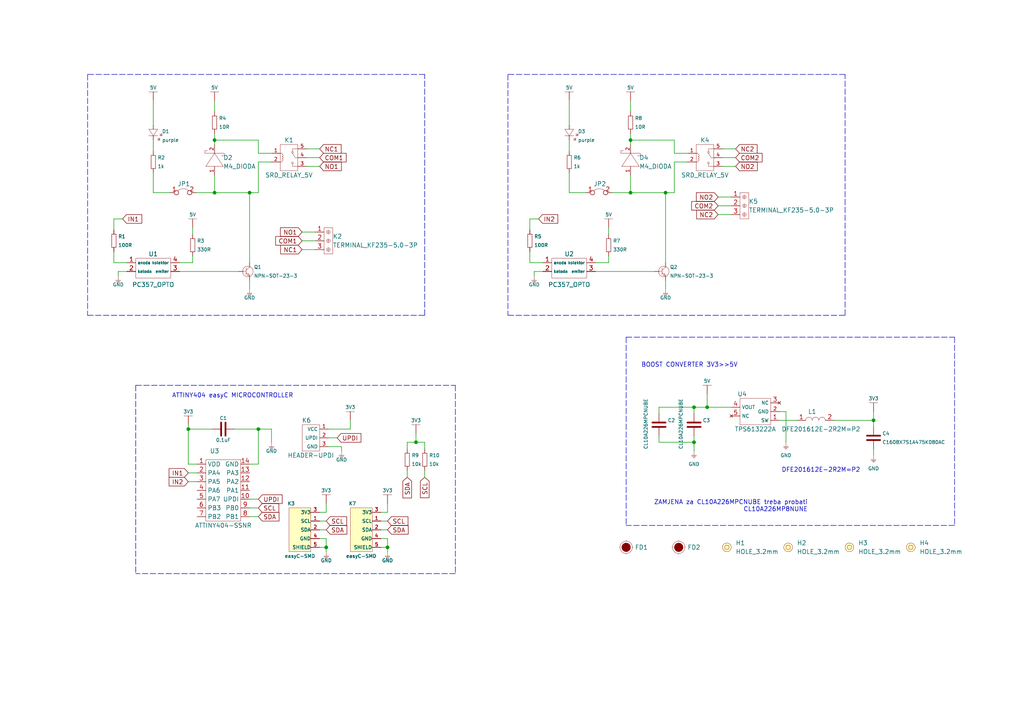
<source format=kicad_sch>
(kicad_sch (version 20210126) (generator eeschema)

  (paper "A4")

  (lib_symbols
    (symbol "e-radionica.com schematics:0402LED" (pin_numbers hide) (pin_names (offset 0.254) hide) (in_bom yes) (on_board yes)
      (property "Reference" "D" (id 0) (at -0.635 2.54 0)
        (effects (font (size 1 1)))
      )
      (property "Value" "0402LED" (id 1) (at 0 -2.54 0)
        (effects (font (size 1 1)))
      )
      (property "Footprint" "e-radionica.com footprinti:0402LED" (id 2) (at 0 5.08 0)
        (effects (font (size 1 1)) hide)
      )
      (property "Datasheet" "" (id 3) (at 0 0 0)
        (effects (font (size 1 1)) hide)
      )
      (property "Package" "0402" (id 4) (at 0 0 0)
        (effects (font (size 1.27 1.27)) hide)
      )
      (symbol "0402LED_0_1"
        (polyline
          (pts
            (xy -0.635 1.27)
            (xy -0.635 -1.27)
            (xy 1.27 0)
          )
          (stroke (width 0.0006)) (fill (type none))
        )
        (polyline
          (pts
            (xy -0.635 1.27)
            (xy 1.27 0)
          )
          (stroke (width 0.0006)) (fill (type none))
        )
        (polyline
          (pts
            (xy 1.27 1.27)
            (xy 1.27 -1.27)
          )
          (stroke (width 0.0006)) (fill (type none))
        )
        (polyline
          (pts
            (xy 0.635 1.905)
            (xy 1.27 2.54)
          )
          (stroke (width 0.0006)) (fill (type none))
        )
        (polyline
          (pts
            (xy 1.905 1.27)
            (xy 2.54 1.905)
          )
          (stroke (width 0.0006)) (fill (type none))
        )
        (polyline
          (pts
            (xy 2.54 1.905)
            (xy 1.905 1.905)
            (xy 2.54 1.27)
            (xy 2.54 1.905)
          )
          (stroke (width 0.0006)) (fill (type none))
        )
        (polyline
          (pts
            (xy 1.27 2.54)
            (xy 0.635 2.54)
            (xy 1.27 1.905)
            (xy 1.27 2.54)
          )
          (stroke (width 0.0006)) (fill (type none))
        )
      )
      (symbol "0402LED_1_1"
        (pin passive line (at -1.905 0 0) (length 1.27)
          (name "A" (effects (font (size 1.27 1.27))))
          (number "1" (effects (font (size 1.27 1.27))))
        )
        (pin passive line (at 2.54 0 180) (length 1.27)
          (name "K" (effects (font (size 1.27 1.27))))
          (number "2" (effects (font (size 1.27 1.27))))
        )
      )
    )
    (symbol "e-radionica.com schematics:0402R" (pin_numbers hide) (pin_names (offset 0.254)) (in_bom yes) (on_board yes)
      (property "Reference" "R" (id 0) (at -1.905 1.27 0)
        (effects (font (size 1 1)))
      )
      (property "Value" "0402R" (id 1) (at 0 -1.27 0)
        (effects (font (size 1 1)))
      )
      (property "Footprint" "e-radionica.com footprinti:0402R" (id 2) (at -2.54 1.905 0)
        (effects (font (size 1 1)) hide)
      )
      (property "Datasheet" "" (id 3) (at -2.54 1.905 0)
        (effects (font (size 1 1)) hide)
      )
      (symbol "0402R_0_1"
        (rectangle (start -1.905 0.635) (end -1.8796 -0.635)
          (stroke (width 0.1)) (fill (type none))
        )
        (rectangle (start -1.905 0.635) (end 1.905 0.6096)
          (stroke (width 0.1)) (fill (type none))
        )
        (rectangle (start -1.905 -0.635) (end 1.905 -0.6604)
          (stroke (width 0.1)) (fill (type none))
        )
        (rectangle (start 1.905 0.635) (end 1.9304 -0.635)
          (stroke (width 0.1)) (fill (type none))
        )
      )
      (symbol "0402R_1_1"
        (pin passive line (at -3.175 0 0) (length 1.27)
          (name "~" (effects (font (size 1.27 1.27))))
          (number "1" (effects (font (size 1.27 1.27))))
        )
        (pin passive line (at 3.175 0 180) (length 1.27)
          (name "~" (effects (font (size 1.27 1.27))))
          (number "2" (effects (font (size 1.27 1.27))))
        )
      )
    )
    (symbol "e-radionica.com schematics:0603C" (pin_numbers hide) (pin_names (offset 0.002)) (in_bom yes) (on_board yes)
      (property "Reference" "C" (id 0) (at -0.635 3.175 0)
        (effects (font (size 1 1)))
      )
      (property "Value" "0603C" (id 1) (at 0 -3.175 0)
        (effects (font (size 1 1)))
      )
      (property "Footprint" "e-radionica.com footprinti:0603C" (id 2) (at 0 0 0)
        (effects (font (size 1 1)) hide)
      )
      (property "Datasheet" "" (id 3) (at 0 0 0)
        (effects (font (size 1 1)) hide)
      )
      (symbol "0603C_0_1"
        (polyline
          (pts
            (xy -0.635 1.905)
            (xy -0.635 -1.905)
          )
          (stroke (width 0.5)) (fill (type none))
        )
        (polyline
          (pts
            (xy 0.635 1.905)
            (xy 0.635 -1.905)
          )
          (stroke (width 0.5)) (fill (type none))
        )
      )
      (symbol "0603C_1_1"
        (pin passive line (at 3.175 0 180) (length 2.54)
          (name "~" (effects (font (size 1.27 1.27))))
          (number "2" (effects (font (size 1.27 1.27))))
        )
        (pin passive line (at -3.175 0 0) (length 2.54)
          (name "~" (effects (font (size 1.27 1.27))))
          (number "1" (effects (font (size 1.27 1.27))))
        )
      )
    )
    (symbol "e-radionica.com schematics:0603R" (pin_numbers hide) (pin_names (offset 0.254)) (in_bom yes) (on_board yes)
      (property "Reference" "R" (id 0) (at -1.905 1.905 0)
        (effects (font (size 1 1)))
      )
      (property "Value" "0603R" (id 1) (at 0 -1.905 0)
        (effects (font (size 1 1)))
      )
      (property "Footprint" "e-radionica.com footprinti:0603R" (id 2) (at -0.635 1.905 0)
        (effects (font (size 1 1)) hide)
      )
      (property "Datasheet" "" (id 3) (at -0.635 1.905 0)
        (effects (font (size 1 1)) hide)
      )
      (symbol "0603R_0_1"
        (rectangle (start -1.905 0.635) (end -1.8796 -0.635)
          (stroke (width 0.1)) (fill (type none))
        )
        (rectangle (start -1.905 0.635) (end 1.905 0.6096)
          (stroke (width 0.1)) (fill (type none))
        )
        (rectangle (start -1.905 -0.635) (end 1.905 -0.6604)
          (stroke (width 0.1)) (fill (type none))
        )
        (rectangle (start 1.905 0.635) (end 1.9304 -0.635)
          (stroke (width 0.1)) (fill (type none))
        )
      )
      (symbol "0603R_1_1"
        (pin passive line (at -3.175 0 0) (length 1.27)
          (name "~" (effects (font (size 1.27 1.27))))
          (number "1" (effects (font (size 1.27 1.27))))
        )
        (pin passive line (at 3.175 0 180) (length 1.27)
          (name "~" (effects (font (size 1.27 1.27))))
          (number "2" (effects (font (size 1.27 1.27))))
        )
      )
    )
    (symbol "e-radionica.com schematics:0806L" (in_bom yes) (on_board yes)
      (property "Reference" "L" (id 0) (at 0 1.905 0)
        (effects (font (size 1.27 1.27)))
      )
      (property "Value" "0806L" (id 1) (at 0 -1.27 0)
        (effects (font (size 1.27 1.27)))
      )
      (property "Footprint" "e-radionica.com footprinti:0806L" (id 2) (at 0 -2.54 0)
        (effects (font (size 1.27 1.27)) hide)
      )
      (property "Datasheet" "" (id 3) (at 0 -1.27 0)
        (effects (font (size 1.27 1.27)) hide)
      )
      (symbol "0806L_0_1"
        (arc (start -3.175 0) (end -1.27 0) (radius (at -2.2225 -0.0138) (length 0.9526) (angles 179.2 0.8))
          (stroke (width 0.0006)) (fill (type none))
        )
        (arc (start -1.27 0) (end 0.635 0) (radius (at -0.3175 -0.0138) (length 0.9526) (angles 179.2 0.8))
          (stroke (width 0.0006)) (fill (type none))
        )
        (arc (start 0.635 0) (end 2.54 0) (radius (at 1.5875 -0.0138) (length 0.9526) (angles 179.2 0.8))
          (stroke (width 0.0006)) (fill (type none))
        )
      )
      (symbol "0806L_1_1"
        (pin passive line (at -5.715 0 0) (length 2.54)
          (name "" (effects (font (size 1.27 1.27))))
          (number "1" (effects (font (size 1.27 1.27))))
        )
        (pin passive line (at 5.08 0 180) (length 2.54)
          (name "" (effects (font (size 1.27 1.27))))
          (number "2" (effects (font (size 1.27 1.27))))
        )
      )
    )
    (symbol "e-radionica.com schematics:3V3" (power) (pin_names (offset 0)) (in_bom yes) (on_board yes)
      (property "Reference" "#PWR" (id 0) (at 4.445 0 0)
        (effects (font (size 1 1)) hide)
      )
      (property "Value" "3V3" (id 1) (at 0 3.556 0)
        (effects (font (size 1 1)))
      )
      (property "Footprint" "" (id 2) (at 4.445 3.81 0)
        (effects (font (size 1 1)) hide)
      )
      (property "Datasheet" "" (id 3) (at 4.445 3.81 0)
        (effects (font (size 1 1)) hide)
      )
      (property "ki_keywords" "power-flag" (id 4) (at 0 0 0)
        (effects (font (size 1.27 1.27)) hide)
      )
      (property "ki_description" "Power symbol creates a global label with name \"+3V3\"" (id 5) (at 0 0 0)
        (effects (font (size 1.27 1.27)) hide)
      )
      (symbol "3V3_0_1"
        (polyline
          (pts
            (xy 0 0)
            (xy 0 2.54)
          )
          (stroke (width 0)) (fill (type none))
        )
        (polyline
          (pts
            (xy -1.27 2.54)
            (xy 1.27 2.54)
          )
          (stroke (width 0.0006)) (fill (type none))
        )
      )
      (symbol "3V3_1_1"
        (pin power_in line (at 0 0 90) (length 0) hide
          (name "3V3" (effects (font (size 1.27 1.27))))
          (number "1" (effects (font (size 1.27 1.27))))
        )
      )
    )
    (symbol "e-radionica.com schematics:5V" (power) (pin_names (offset 0)) (in_bom yes) (on_board yes)
      (property "Reference" "#PWR" (id 0) (at 4.445 0 0)
        (effects (font (size 1 1)) hide)
      )
      (property "Value" "5V" (id 1) (at 0 3.556 0)
        (effects (font (size 1 1)))
      )
      (property "Footprint" "" (id 2) (at 4.445 3.81 0)
        (effects (font (size 1 1)) hide)
      )
      (property "Datasheet" "" (id 3) (at 4.445 3.81 0)
        (effects (font (size 1 1)) hide)
      )
      (property "ki_keywords" "power-flag" (id 4) (at 0 0 0)
        (effects (font (size 1.27 1.27)) hide)
      )
      (property "ki_description" "Power symbol creates a global label with name \"+3V3\"" (id 5) (at 0 0 0)
        (effects (font (size 1.27 1.27)) hide)
      )
      (symbol "5V_0_1"
        (polyline
          (pts
            (xy 0 0)
            (xy 0 2.54)
          )
          (stroke (width 0)) (fill (type none))
        )
        (polyline
          (pts
            (xy -1.27 2.54)
            (xy 1.27 2.54)
          )
          (stroke (width 0.0006)) (fill (type none))
        )
      )
      (symbol "5V_1_1"
        (pin power_in line (at 0 0 90) (length 0) hide
          (name "5V" (effects (font (size 1.27 1.27))))
          (number "1" (effects (font (size 1.27 1.27))))
        )
      )
    )
    (symbol "e-radionica.com schematics:ATTINY404-SSNR" (in_bom yes) (on_board yes)
      (property "Reference" "U" (id 0) (at -5.08 10.16 0)
        (effects (font (size 1.27 1.27)))
      )
      (property "Value" "ATTINY404-SSNR" (id 1) (at 0 -10.16 0)
        (effects (font (size 1.27 1.27)))
      )
      (property "Footprint" "e-radionica.com footprinti:SOIC-14" (id 2) (at 0 -11.43 0)
        (effects (font (size 1.27 1.27)) hide)
      )
      (property "Datasheet" "" (id 3) (at 0 -2.54 0)
        (effects (font (size 1.27 1.27)) hide)
      )
      (symbol "ATTINY404-SSNR_0_1"
        (rectangle (start -5.08 8.89) (end 5.08 -8.89)
          (stroke (width 0.0006)) (fill (type none))
        )
      )
      (symbol "ATTINY404-SSNR_1_1"
        (pin power_in line (at -7.62 7.62 0) (length 2.54)
          (name "VDD" (effects (font (size 1.27 1.27))))
          (number "1" (effects (font (size 1.27 1.27))))
        )
        (pin bidirectional line (at -7.62 5.08 0) (length 2.54)
          (name "PA4" (effects (font (size 1.27 1.27))))
          (number "2" (effects (font (size 1.27 1.27))))
        )
        (pin bidirectional line (at -7.62 2.54 0) (length 2.54)
          (name "PA5" (effects (font (size 1.27 1.27))))
          (number "3" (effects (font (size 1.27 1.27))))
        )
        (pin bidirectional line (at -7.62 0 0) (length 2.54)
          (name "PA6" (effects (font (size 1.27 1.27))))
          (number "4" (effects (font (size 1.27 1.27))))
        )
        (pin bidirectional line (at -7.62 -2.54 0) (length 2.54)
          (name "PA7" (effects (font (size 1.27 1.27))))
          (number "5" (effects (font (size 1.27 1.27))))
        )
        (pin bidirectional line (at -7.62 -5.08 0) (length 2.54)
          (name "PB3" (effects (font (size 1.27 1.27))))
          (number "6" (effects (font (size 1.27 1.27))))
        )
        (pin bidirectional line (at -7.62 -7.62 0) (length 2.54)
          (name "PB2" (effects (font (size 1.27 1.27))))
          (number "7" (effects (font (size 1.27 1.27))))
        )
        (pin bidirectional line (at 7.62 -7.62 180) (length 2.54)
          (name "PB1" (effects (font (size 1.27 1.27))))
          (number "8" (effects (font (size 1.27 1.27))))
        )
        (pin bidirectional line (at 7.62 -5.08 180) (length 2.54)
          (name "PB0" (effects (font (size 1.27 1.27))))
          (number "9" (effects (font (size 1.27 1.27))))
        )
        (pin bidirectional line (at 7.62 -2.54 180) (length 2.54)
          (name "UPDI" (effects (font (size 1.27 1.27))))
          (number "10" (effects (font (size 1.27 1.27))))
        )
        (pin bidirectional line (at 7.62 0 180) (length 2.54)
          (name "PA1" (effects (font (size 1.27 1.27))))
          (number "11" (effects (font (size 1.27 1.27))))
        )
        (pin bidirectional line (at 7.62 2.54 180) (length 2.54)
          (name "PA2" (effects (font (size 1.27 1.27))))
          (number "12" (effects (font (size 1.27 1.27))))
        )
        (pin bidirectional line (at 7.62 5.08 180) (length 2.54)
          (name "PA3" (effects (font (size 1.27 1.27))))
          (number "13" (effects (font (size 1.27 1.27))))
        )
        (pin power_in line (at 7.62 7.62 180) (length 2.54)
          (name "GND" (effects (font (size 1.27 1.27))))
          (number "14" (effects (font (size 1.27 1.27))))
        )
      )
    )
    (symbol "e-radionica.com schematics:Fiducial_Stencil" (pin_numbers hide) (pin_names hide) (in_bom yes) (on_board yes)
      (property "Reference" "FD?" (id 0) (at 0 3.048 0)
        (effects (font (size 1.27 1.27)))
      )
      (property "Value" "Fiducial_Stencil" (id 1) (at 0 -2.794 0)
        (effects (font (size 1.27 1.27)) hide)
      )
      (property "Footprint" "e-radionica.com footprinti:FIDUCIAL_1MM_PASTE" (id 2) (at 0 -6.35 0)
        (effects (font (size 1.27 1.27)) hide)
      )
      (property "Datasheet" "" (id 3) (at 0 0 0)
        (effects (font (size 1.27 1.27)) hide)
      )
      (symbol "Fiducial_Stencil_0_1"
        (circle (center 0 0) (radius 1.7961) (stroke (width 0.0006)) (fill (type none)))
        (circle (center 0 0) (radius 1.27) (stroke (width 0.001)) (fill (type outline)))
        (polyline
          (pts
            (xy 1.778 0)
            (xy 2.032 0)
          )
          (stroke (width 0.0006)) (fill (type none))
        )
        (polyline
          (pts
            (xy 0 1.778)
            (xy 0 2.032)
          )
          (stroke (width 0.0006)) (fill (type none))
        )
        (polyline
          (pts
            (xy -1.778 0)
            (xy -2.032 0)
          )
          (stroke (width 0.0006)) (fill (type none))
        )
        (polyline
          (pts
            (xy 0 -1.778)
            (xy 0 -2.032)
          )
          (stroke (width 0.0006)) (fill (type none))
        )
      )
    )
    (symbol "e-radionica.com schematics:GND" (power) (pin_names (offset 0)) (in_bom yes) (on_board yes)
      (property "Reference" "#PWR" (id 0) (at 4.445 0 0)
        (effects (font (size 1 1)) hide)
      )
      (property "Value" "GND" (id 1) (at 0 -2.921 0)
        (effects (font (size 1 1)))
      )
      (property "Footprint" "" (id 2) (at 4.445 3.81 0)
        (effects (font (size 1 1)) hide)
      )
      (property "Datasheet" "" (id 3) (at 4.445 3.81 0)
        (effects (font (size 1 1)) hide)
      )
      (property "ki_keywords" "power-flag" (id 4) (at 0 0 0)
        (effects (font (size 1.27 1.27)) hide)
      )
      (property "ki_description" "Power symbol creates a global label with name \"+3V3\"" (id 5) (at 0 0 0)
        (effects (font (size 1.27 1.27)) hide)
      )
      (symbol "GND_0_1"
        (polyline
          (pts
            (xy 0 0)
            (xy 0 -1.27)
          )
          (stroke (width 0.0006)) (fill (type none))
        )
        (polyline
          (pts
            (xy -0.762 -1.27)
            (xy 0.762 -1.27)
          )
          (stroke (width 0.0006)) (fill (type none))
        )
        (polyline
          (pts
            (xy -0.381 -1.778)
            (xy 0.381 -1.778)
          )
          (stroke (width 0.0006)) (fill (type none))
        )
        (polyline
          (pts
            (xy -0.127 -2.032)
            (xy 0.127 -2.032)
          )
          (stroke (width 0.0006)) (fill (type none))
        )
        (polyline
          (pts
            (xy -0.635 -1.524)
            (xy 0.635 -1.524)
          )
          (stroke (width 0.0006)) (fill (type none))
        )
      )
      (symbol "GND_1_1"
        (pin power_in line (at 0 0 270) (length 0) hide
          (name "GND" (effects (font (size 1.27 1.27))))
          (number "1" (effects (font (size 1.27 1.27))))
        )
      )
    )
    (symbol "e-radionica.com schematics:HEADER-UPDI" (in_bom yes) (on_board yes)
      (property "Reference" "K" (id 0) (at -1.27 5.08 0)
        (effects (font (size 1.27 1.27)))
      )
      (property "Value" "HEADER-UPDI" (id 1) (at 0 -5.08 0)
        (effects (font (size 1.27 1.27)))
      )
      (property "Footprint" "e-radionica.com footprinti:HEADER-UPDI" (id 2) (at 2.54 -7.62 0)
        (effects (font (size 1.27 1.27)) hide)
      )
      (property "Datasheet" "" (id 3) (at 2.54 0 0)
        (effects (font (size 1.27 1.27)) hide)
      )
      (symbol "HEADER-UPDI_0_1"
        (rectangle (start -2.54 3.81) (end 2.54 -3.81)
          (stroke (width 0.0006)) (fill (type none))
        )
      )
      (symbol "HEADER-UPDI_1_1"
        (pin power_in line (at 5.08 2.54 180) (length 2.54)
          (name "VCC" (effects (font (size 1 1))))
          (number "1" (effects (font (size 1 1))))
        )
        (pin bidirectional line (at 5.08 0 180) (length 2.54)
          (name "UPDI" (effects (font (size 1 1))))
          (number "2" (effects (font (size 1 1))))
        )
        (pin power_in line (at 5.08 -2.54 180) (length 2.54)
          (name "GND" (effects (font (size 1 1))))
          (number "3" (effects (font (size 1 1))))
        )
      )
    )
    (symbol "e-radionica.com schematics:HOLE_3.2mm" (pin_numbers hide) (pin_names hide) (in_bom yes) (on_board yes)
      (property "Reference" "H" (id 0) (at 0 2.54 0)
        (effects (font (size 1.27 1.27)))
      )
      (property "Value" "HOLE_3.2mm" (id 1) (at 0 -2.54 0)
        (effects (font (size 1.27 1.27)))
      )
      (property "Footprint" "e-radionica.com footprinti:HOLE_3.2mm" (id 2) (at 0 0 0)
        (effects (font (size 1.27 1.27)) hide)
      )
      (property "Datasheet" "" (id 3) (at 0 0 0)
        (effects (font (size 1.27 1.27)) hide)
      )
      (symbol "HOLE_3.2mm_0_1"
        (circle (center 0 0) (radius 1.27) (stroke (width 0.001)) (fill (type background)))
        (circle (center 0 0) (radius 0.635) (stroke (width 0.0006)) (fill (type none)))
      )
    )
    (symbol "e-radionica.com schematics:M4_DIODA" (pin_names hide) (in_bom yes) (on_board yes)
      (property "Reference" "D" (id 0) (at 0 3.81 0)
        (effects (font (size 1.27 1.27)))
      )
      (property "Value" "M4_DIODA" (id 1) (at 0 -4.572 0)
        (effects (font (size 1.27 1.27)))
      )
      (property "Footprint" "e-radionica.com footprinti:M4_DIODA" (id 2) (at 0 -6.35 0)
        (effects (font (size 1.27 1.27)) hide)
      )
      (property "Datasheet" "" (id 3) (at 0 0 0)
        (effects (font (size 1.27 1.27)) hide)
      )
      (symbol "M4_DIODA_0_1"
        (polyline
          (pts
            (xy -2.54 2.54)
            (xy -2.54 -2.54)
            (xy 1.27 0)
            (xy -2.54 2.54)
          )
          (stroke (width 0.0006)) (fill (type none))
        )
        (polyline
          (pts
            (xy 1.27 2.794)
            (xy 1.27 -2.794)
            (xy 0.508 -2.794)
            (xy 0.508 -2.032)
          )
          (stroke (width 0.0006)) (fill (type none))
        )
        (polyline
          (pts
            (xy 1.27 2.794)
            (xy 2.032 2.794)
            (xy 2.032 2.032)
            (xy 2.032 2.54)
          )
          (stroke (width 0.0006)) (fill (type none))
        )
      )
      (symbol "M4_DIODA_1_1"
        (pin passive line (at -5.08 0 0) (length 2.54)
          (name "A" (effects (font (size 1 1))))
          (number "1" (effects (font (size 1 1))))
        )
        (pin passive line (at 3.81 0 180) (length 2.54)
          (name "K" (effects (font (size 1 1))))
          (number "2" (effects (font (size 1 1))))
        )
      )
    )
    (symbol "e-radionica.com schematics:NPN-SOT-23-3" (pin_numbers hide) (pin_names hide) (in_bom yes) (on_board yes)
      (property "Reference" "Q" (id 0) (at -2.286 2.921 0)
        (effects (font (size 1 1)))
      )
      (property "Value" "NPN-SOT-23-3" (id 1) (at 0 -3.81 0)
        (effects (font (size 1 1)))
      )
      (property "Footprint" "e-radionica.com footprinti:SOT-23-3" (id 2) (at 0 0 0)
        (effects (font (size 1 1)) hide)
      )
      (property "Datasheet" "" (id 3) (at 0 0 0)
        (effects (font (size 1 1)) hide)
      )
      (symbol "NPN-SOT-23-3_0_1"
        (circle (center -0.508 0) (radius 1.524) (stroke (width 0.0006)) (fill (type none)))
        (polyline
          (pts
            (xy -1.016 1.016)
            (xy -1.016 -1.016)
          )
          (stroke (width 0.0006)) (fill (type none))
        )
        (polyline
          (pts
            (xy -1.016 0.381)
            (xy 0 1.27)
          )
          (stroke (width 0.0006)) (fill (type none))
        )
        (polyline
          (pts
            (xy -1.016 -0.381)
            (xy -0.4064 -0.9144)
          )
          (stroke (width 0.1)) (fill (type none))
        )
        (polyline
          (pts
            (xy -2.032 0)
            (xy -1.016 0)
          )
          (stroke (width 0.0006)) (fill (type none))
        )
        (polyline
          (pts
            (xy -0.6096 -1.1684)
            (xy -0.2032 -0.6604)
            (xy 0 -1.27)
            (xy -0.6096 -1.1684)
          )
          (stroke (width 0.0006)) (fill (type none))
        )
      )
      (symbol "NPN-SOT-23-3_1_1"
        (pin passive line (at -3.175 0 0) (length 1.27)
          (name "B" (effects (font (size 1 1))))
          (number "1" (effects (font (size 1 1))))
        )
        (pin passive line (at 0 -2.54 90) (length 1.27)
          (name "E" (effects (font (size 1 1))))
          (number "2" (effects (font (size 1 1))))
        )
        (pin passive line (at 0 2.54 270) (length 1.27)
          (name "C" (effects (font (size 1 1))))
          (number "3" (effects (font (size 1 1))))
        )
      )
    )
    (symbol "e-radionica.com schematics:PC357_OPTO" (in_bom yes) (on_board yes)
      (property "Reference" "U" (id 0) (at 0 5.08 0)
        (effects (font (size 1.27 1.27)))
      )
      (property "Value" "PC357_OPTO" (id 1) (at 0 -5.08 0)
        (effects (font (size 1.27 1.27)))
      )
      (property "Footprint" "e-radionica.com footprinti:PC357_OPTO" (id 2) (at 0 0 0)
        (effects (font (size 1.27 1.27)) hide)
      )
      (property "Datasheet" "" (id 3) (at 0 0 0)
        (effects (font (size 1.27 1.27)) hide)
      )
      (symbol "PC357_OPTO_0_1"
        (rectangle (start -5.08 2.54) (end 5.08 -3.175)
          (stroke (width 0.0006)) (fill (type none))
        )
      )
      (symbol "PC357_OPTO_1_1"
        (pin passive line (at -7.62 1.27 0) (length 2.54)
          (name "anoda" (effects (font (size 0.8 0.8))))
          (number "1" (effects (font (size 1.27 1.27))))
        )
        (pin passive line (at -7.62 -1.27 0) (length 2.54)
          (name "katoda" (effects (font (size 0.8 0.8))))
          (number "2" (effects (font (size 1.27 1.27))))
        )
        (pin passive line (at 7.62 1.27 180) (length 2.54)
          (name "kolektor" (effects (font (size 0.8 0.8))))
          (number "4" (effects (font (size 1.27 1.27))))
        )
        (pin passive line (at 7.62 -1.27 180) (length 2.54)
          (name "emiter" (effects (font (size 0.8 0.8))))
          (number "3" (effects (font (size 1.27 1.27))))
        )
      )
    )
    (symbol "e-radionica.com schematics:SMD-JUMPER-CONNECTED_TRACE_NOSLODERMASK" (in_bom yes) (on_board yes)
      (property "Reference" "JP" (id 0) (at 0 3.556 0)
        (effects (font (size 1.27 1.27)))
      )
      (property "Value" "SMD-JUMPER-CONNECTED_TRACE_NOSLODERMASK" (id 1) (at 0 -2.54 0)
        (effects (font (size 1.27 1.27)))
      )
      (property "Footprint" "e-radionica.com footprinti:SMD-JUMPER-CONNECTED_TRACE_NOSLODERMASK" (id 2) (at 0 0 0)
        (effects (font (size 1.27 1.27)) hide)
      )
      (property "Datasheet" "" (id 3) (at 0 0 0)
        (effects (font (size 1.27 1.27)) hide)
      )
      (symbol "SMD-JUMPER-CONNECTED_TRACE_NOSLODERMASK_0_1"
        (arc (start -1.8034 0.5588) (end 1.397 0.5842) (radius (at -0.1875 -1.4124) (length 2.5489) (angles 129.3 51.6))
          (stroke (width 0.0006)) (fill (type none))
        )
      )
      (symbol "SMD-JUMPER-CONNECTED_TRACE_NOSLODERMASK_1_1"
        (pin passive inverted (at -4.064 0 0) (length 2.54)
          (name "" (effects (font (size 1.27 1.27))))
          (number "1" (effects (font (size 1.27 1.27))))
        )
        (pin passive inverted (at 3.556 0 180) (length 2.54)
          (name "" (effects (font (size 1.27 1.27))))
          (number "2" (effects (font (size 1.27 1.27))))
        )
      )
    )
    (symbol "e-radionica.com schematics:SRD_RELAY_5V" (in_bom yes) (on_board yes)
      (property "Reference" "K" (id 0) (at 0 3.81 0)
        (effects (font (size 1.27 1.27)))
      )
      (property "Value" "SRD_RELAY_5V" (id 1) (at 0 -6.35 0)
        (effects (font (size 1.27 1.27)))
      )
      (property "Footprint" "e-radionica.com footprinti:SRD_RELAY_5V" (id 2) (at 1.27 -8.89 0)
        (effects (font (size 1.27 1.27)) hide)
      )
      (property "Datasheet" "" (id 3) (at 0 0 0)
        (effects (font (size 1.27 1.27)) hide)
      )
      (symbol "SRD_RELAY_5V_0_1"
        (arc (start -1.9929 0.3175) (end -1.9929 0.9525) (radius (at -2.032 0.635) (length 0.3199) (angles -83 83))
          (stroke (width 0.0006)) (fill (type none))
        )
        (arc (start -1.9929 -0.3175) (end -1.9929 0.3175) (radius (at -2.032 0) (length 0.3199) (angles -83 83))
          (stroke (width 0.0006)) (fill (type none))
        )
        (arc (start -1.9929 -0.9525) (end -1.9929 -0.3175) (radius (at -2.032 -0.635) (length 0.3199) (angles -83 83))
          (stroke (width 0.0006)) (fill (type none))
        )
        (circle (center 1.016 -1.524) (radius 0.254) (stroke (width 0.0008)) (fill (type none)))
        (circle (center 1.016 1.524) (radius 0.254) (stroke (width 0.0006)) (fill (type none)))
        (rectangle (start 2.54 3.81) (end -2.54 -3.81)
          (stroke (width 0.0006)) (fill (type none))
        )
        (polyline
          (pts
            (xy 2.54 -2.54)
            (xy 2.032 -2.54)
            (xy 1.016 -2.54)
            (xy 1.016 -1.778)
          )
          (stroke (width 0.0006)) (fill (type none))
        )
        (polyline
          (pts
            (xy 2.54 2.54)
            (xy 1.016 2.54)
            (xy 1.016 1.778)
          )
          (stroke (width 0.0006)) (fill (type none))
        )
        (polyline
          (pts
            (xy 2.54 0)
            (xy 1.778 0)
            (xy 1.016 1.27)
          )
          (stroke (width 0.0006)) (fill (type none))
        )
        (polyline
          (pts
            (xy -2.54 1.27)
            (xy -2.032 1.27)
            (xy -2.032 1.016)
          )
          (stroke (width 0.0006)) (fill (type none))
        )
        (polyline
          (pts
            (xy -2.54 -1.27)
            (xy -2.032 -1.27)
            (xy -2.032 -1.016)
          )
          (stroke (width 0.0006)) (fill (type none))
        )
      )
      (symbol "SRD_RELAY_5V_1_1"
        (pin passive line (at -5.08 1.27 0) (length 2.54)
          (name "" (effects (font (size 1 1))))
          (number "1" (effects (font (size 1 1))))
        )
        (pin passive line (at -5.08 -1.27 0) (length 2.54)
          (name "" (effects (font (size 1 1))))
          (number "2" (effects (font (size 1 1))))
        )
        (pin passive line (at 5.08 0 180) (length 2.54)
          (name "" (effects (font (size 1 1))))
          (number "4" (effects (font (size 1 1))))
        )
        (pin passive line (at 5.08 2.54 180) (length 2.54)
          (name "" (effects (font (size 1 1))))
          (number "5" (effects (font (size 1 1))))
        )
        (pin passive line (at 5.08 -2.54 180) (length 2.54)
          (name "" (effects (font (size 1 1))))
          (number "3" (effects (font (size 1 1))))
        )
      )
    )
    (symbol "e-radionica.com schematics:TERMINAL_KF235-5.0-3P" (in_bom yes) (on_board yes)
      (property "Reference" "K" (id 0) (at 0 5.08 0)
        (effects (font (size 1.27 1.27)))
      )
      (property "Value" "TERMINAL_KF235-5.0-3P" (id 1) (at 0 -5.08 0)
        (effects (font (size 1.27 1.27)))
      )
      (property "Footprint" "e-radionica.com footprinti:TERMINAL_KF235-5.0-3P" (id 2) (at 0 -7.62 0)
        (effects (font (size 1.27 1.27)) hide)
      )
      (property "Datasheet" "" (id 3) (at 0 0 0)
        (effects (font (size 1.27 1.27)) hide)
      )
      (symbol "TERMINAL_KF235-5.0-3P_0_1"
        (circle (center 0 2.54) (radius 0.508) (stroke (width 0.0006)) (fill (type none)))
        (circle (center 0 0) (radius 0.508) (stroke (width 0.0006)) (fill (type none)))
        (circle (center 0 -2.54) (radius 0.508) (stroke (width 0.0006)) (fill (type none)))
        (rectangle (start -1.27 3.81) (end 1.27 -3.81)
          (stroke (width 0.0006)) (fill (type none))
        )
        (polyline
          (pts
            (xy 0 0.508)
            (xy 0 -0.508)
          )
          (stroke (width 0.0006)) (fill (type none))
        )
        (polyline
          (pts
            (xy -0.254 0)
            (xy 0.254 0)
          )
          (stroke (width 0.0006)) (fill (type none))
        )
        (polyline
          (pts
            (xy 0 3.048)
            (xy 0 2.032)
          )
          (stroke (width 0.0006)) (fill (type none))
        )
        (polyline
          (pts
            (xy -0.254 2.54)
            (xy 0.254 2.54)
          )
          (stroke (width 0.0006)) (fill (type none))
        )
        (polyline
          (pts
            (xy 0 -2.032)
            (xy 0 -3.048)
          )
          (stroke (width 0.0006)) (fill (type none))
        )
        (polyline
          (pts
            (xy -0.254 -2.54)
            (xy 0.254 -2.54)
          )
          (stroke (width 0.0006)) (fill (type none))
        )
      )
      (symbol "TERMINAL_KF235-5.0-3P_1_1"
        (pin input line (at -3.81 2.54 0) (length 2.54)
          (name "~" (effects (font (size 1.27 1.27))))
          (number "1" (effects (font (size 1.27 1.27))))
        )
        (pin input line (at -3.81 0 0) (length 2.54)
          (name "~" (effects (font (size 1.27 1.27))))
          (number "2" (effects (font (size 1.27 1.27))))
        )
        (pin input line (at -3.81 -2.54 0) (length 2.54)
          (name "~" (effects (font (size 1.27 1.27))))
          (number "3" (effects (font (size 1.27 1.27))))
        )
      )
    )
    (symbol "e-radionica.com schematics:TPS613222A" (in_bom yes) (on_board yes)
      (property "Reference" "U" (id 0) (at 0 5.08 0)
        (effects (font (size 1.27 1.27)))
      )
      (property "Value" "TPS613222A" (id 1) (at 0 -5.08 0)
        (effects (font (size 1.27 1.27)))
      )
      (property "Footprint" "e-radionica.com footprinti:tps613222a" (id 2) (at -0.635 0 0)
        (effects (font (size 1.27 1.27)) hide)
      )
      (property "Datasheet" "" (id 3) (at -0.635 0 0)
        (effects (font (size 1.27 1.27)) hide)
      )
      (symbol "TPS613222A_0_1"
        (rectangle (start -4.445 3.81) (end 4.445 -3.81)
          (stroke (width 0.0006)) (fill (type none))
        )
      )
      (symbol "TPS613222A_1_1"
        (pin passive line (at -6.985 1.27 0) (length 2.54)
          (name "VOUT" (effects (font (size 1 1))))
          (number "4" (effects (font (size 1.27 1.27))))
        )
        (pin no_connect line (at -6.985 -1.27 0) (length 2.54)
          (name "NC" (effects (font (size 1 1))))
          (number "5" (effects (font (size 1.27 1.27))))
        )
        (pin passive line (at 6.985 0 180) (length 2.54)
          (name "GND" (effects (font (size 1 1))))
          (number "2" (effects (font (size 1 1))))
        )
        (pin no_connect line (at 6.985 2.54 180) (length 2.54)
          (name "NC" (effects (font (size 1 1))))
          (number "3" (effects (font (size 1.27 1.27))))
        )
        (pin passive line (at 6.985 -2.54 180) (length 2.54)
          (name "SW" (effects (font (size 1 1))))
          (number "1" (effects (font (size 1.27 1.27))))
        )
      )
    )
    (symbol "e-radionica.com schematics:easyC-SMD" (pin_names (offset 0.002)) (in_bom yes) (on_board yes)
      (property "Reference" "K" (id 0) (at -2.54 10.16 0)
        (effects (font (size 1 1)))
      )
      (property "Value" "easyC-SMD" (id 1) (at 0 -5.08 0)
        (effects (font (size 1 1)))
      )
      (property "Footprint" "e-radionica.com footprinti:easyC-connector" (id 2) (at 3.175 2.54 0)
        (effects (font (size 1 1)) hide)
      )
      (property "Datasheet" "" (id 3) (at 3.175 2.54 0)
        (effects (font (size 1 1)) hide)
      )
      (symbol "easyC-SMD_0_1"
        (rectangle (start -3.175 8.89) (end 3.175 -3.81)
          (stroke (width 0.001)) (fill (type background))
        )
      )
      (symbol "easyC-SMD_1_1"
        (pin passive line (at 5.715 5.08 180) (length 2.54)
          (name "SCL" (effects (font (size 1 1))))
          (number "1" (effects (font (size 1 1))))
        )
        (pin passive line (at 5.715 2.54 180) (length 2.54)
          (name "SDA" (effects (font (size 1 1))))
          (number "2" (effects (font (size 1 1))))
        )
        (pin passive line (at 5.715 7.62 180) (length 2.54)
          (name "3V3" (effects (font (size 1 1))))
          (number "3" (effects (font (size 1 1))))
        )
        (pin passive line (at 5.715 0 180) (length 2.54)
          (name "GND" (effects (font (size 1 1))))
          (number "4" (effects (font (size 1 1))))
        )
        (pin passive line (at 5.715 -2.54 180) (length 2.54)
          (name "SHIELD" (effects (font (size 1 1))))
          (number "5" (effects (font (size 1 1))))
        )
      )
    )
  )

  (junction (at 54.61 124.46) (diameter 0.9144) (color 0 0 0 0))
  (junction (at 62.23 40.64) (diameter 0.9144) (color 0 0 0 0))
  (junction (at 62.23 55.88) (diameter 0.9144) (color 0 0 0 0))
  (junction (at 72.39 55.88) (diameter 0.9144) (color 0 0 0 0))
  (junction (at 74.93 124.46) (diameter 0.9144) (color 0 0 0 0))
  (junction (at 94.615 158.75) (diameter 0.9144) (color 0 0 0 0))
  (junction (at 112.395 158.75) (diameter 0.9144) (color 0 0 0 0))
  (junction (at 120.65 128.27) (diameter 0.9144) (color 0 0 0 0))
  (junction (at 182.88 40.64) (diameter 0.9144) (color 0 0 0 0))
  (junction (at 182.88 55.88) (diameter 0.9144) (color 0 0 0 0))
  (junction (at 193.04 55.88) (diameter 0.9144) (color 0 0 0 0))
  (junction (at 201.295 118.11) (diameter 0.9144) (color 0 0 0 0))
  (junction (at 201.295 128.27) (diameter 0.9144) (color 0 0 0 0))
  (junction (at 205.105 118.11) (diameter 0.9144) (color 0 0 0 0))
  (junction (at 253.365 121.92) (diameter 0.9144) (color 0 0 0 0))

  (wire (pts (xy 33.02 63.5) (xy 35.56 63.5))
    (stroke (width 0) (type solid) (color 0 0 0 0))
    (uuid 0f66403e-1d6b-4bc5-ad6b-a71917989f23)
  )
  (wire (pts (xy 33.02 66.675) (xy 33.02 63.5))
    (stroke (width 0) (type solid) (color 0 0 0 0))
    (uuid d362de45-19d2-4871-bda4-7f3542f9fce4)
  )
  (wire (pts (xy 33.02 76.2) (xy 33.02 73.025))
    (stroke (width 0) (type solid) (color 0 0 0 0))
    (uuid 3b962d67-ac79-4f68-8af2-c667408dfc8e)
  )
  (wire (pts (xy 34.29 78.74) (xy 34.29 80.01))
    (stroke (width 0) (type solid) (color 0 0 0 0))
    (uuid e397e143-88bc-4b7d-9487-d8d22fd7b8ed)
  )
  (wire (pts (xy 36.83 76.2) (xy 33.02 76.2))
    (stroke (width 0) (type solid) (color 0 0 0 0))
    (uuid c6c16927-bf5d-4379-b800-47cadbb04a23)
  )
  (wire (pts (xy 36.83 78.74) (xy 34.29 78.74))
    (stroke (width 0) (type solid) (color 0 0 0 0))
    (uuid df74ae7f-dd9d-4f34-a5fa-5b8059e70e3b)
  )
  (wire (pts (xy 44.45 29.21) (xy 44.45 36.195))
    (stroke (width 0) (type solid) (color 0 0 0 0))
    (uuid 8d68f32f-295e-46dc-814d-8add70d83751)
  )
  (wire (pts (xy 44.45 40.64) (xy 44.45 43.815))
    (stroke (width 0) (type solid) (color 0 0 0 0))
    (uuid 71736f0a-5a19-4c7c-8b05-9fa1461cf427)
  )
  (wire (pts (xy 44.45 50.165) (xy 44.45 55.88))
    (stroke (width 0) (type solid) (color 0 0 0 0))
    (uuid 37211ef6-a7ab-408b-b61f-aa0138c6c845)
  )
  (wire (pts (xy 44.45 55.88) (xy 49.276 55.88))
    (stroke (width 0) (type solid) (color 0 0 0 0))
    (uuid 1fffdbd6-ae32-4ec9-8539-6bf31ef22e29)
  )
  (wire (pts (xy 52.07 76.2) (xy 55.88 76.2))
    (stroke (width 0) (type solid) (color 0 0 0 0))
    (uuid f5c3b314-67ba-4060-b036-01d8b3f3c5ec)
  )
  (wire (pts (xy 52.07 78.74) (xy 69.215 78.74))
    (stroke (width 0) (type solid) (color 0 0 0 0))
    (uuid c4788c71-0bba-4f57-8477-a94852dacf85)
  )
  (wire (pts (xy 54.61 124.46) (xy 54.61 123.19))
    (stroke (width 0) (type solid) (color 0 0 0 0))
    (uuid b9239f3d-d245-4676-b717-980e4ccb23b5)
  )
  (wire (pts (xy 54.61 134.62) (xy 54.61 124.46))
    (stroke (width 0) (type solid) (color 0 0 0 0))
    (uuid 3208b280-318e-4f03-a523-a499cccc2ed6)
  )
  (wire (pts (xy 54.61 137.16) (xy 57.15 137.16))
    (stroke (width 0) (type solid) (color 0 0 0 0))
    (uuid a19e41b8-6258-4af2-bf06-38ccbfb078c3)
  )
  (wire (pts (xy 54.61 139.7) (xy 57.15 139.7))
    (stroke (width 0) (type solid) (color 0 0 0 0))
    (uuid 17d8fc7d-d233-4f9d-b9c5-3da0d3681e47)
  )
  (wire (pts (xy 55.88 66.04) (xy 55.88 67.945))
    (stroke (width 0) (type solid) (color 0 0 0 0))
    (uuid ee72972c-27d0-4d2b-a043-606f45011a93)
  )
  (wire (pts (xy 55.88 74.295) (xy 55.88 76.2))
    (stroke (width 0) (type solid) (color 0 0 0 0))
    (uuid 0d5bc87a-19c5-45be-b4cc-99cbaa6e6693)
  )
  (wire (pts (xy 56.896 55.88) (xy 62.23 55.88))
    (stroke (width 0) (type solid) (color 0 0 0 0))
    (uuid cb4a3336-b3a5-4ccc-b370-1edc0fef8813)
  )
  (wire (pts (xy 57.15 134.62) (xy 54.61 134.62))
    (stroke (width 0) (type solid) (color 0 0 0 0))
    (uuid 12c31dca-5b13-4216-ae95-bfed6a9b919e)
  )
  (wire (pts (xy 61.595 124.46) (xy 54.61 124.46))
    (stroke (width 0) (type solid) (color 0 0 0 0))
    (uuid cd5643a1-8ac9-45be-9cf3-a78d40773c9e)
  )
  (wire (pts (xy 62.23 29.21) (xy 62.23 32.385))
    (stroke (width 0) (type solid) (color 0 0 0 0))
    (uuid e75582c3-23aa-41ee-92e9-c6bdc443d244)
  )
  (wire (pts (xy 62.23 38.735) (xy 62.23 40.64))
    (stroke (width 0) (type solid) (color 0 0 0 0))
    (uuid c726ede0-cf45-4e2f-8306-2b534ab4cca4)
  )
  (wire (pts (xy 62.23 40.64) (xy 62.23 41.91))
    (stroke (width 0) (type solid) (color 0 0 0 0))
    (uuid 4d71458b-543d-479f-b33c-c0253b1f738d)
  )
  (wire (pts (xy 62.23 40.64) (xy 74.93 40.64))
    (stroke (width 0) (type solid) (color 0 0 0 0))
    (uuid c0ac92e5-9daa-485a-a5f1-da57bb4c3bee)
  )
  (wire (pts (xy 62.23 55.88) (xy 62.23 50.8))
    (stroke (width 0) (type solid) (color 0 0 0 0))
    (uuid dbfa3fa4-c08d-43cc-a646-b44a7843478f)
  )
  (wire (pts (xy 62.23 55.88) (xy 72.39 55.88))
    (stroke (width 0) (type solid) (color 0 0 0 0))
    (uuid 83955e43-4cd4-44ce-8025-310dd3b06ba2)
  )
  (wire (pts (xy 67.945 124.46) (xy 74.93 124.46))
    (stroke (width 0) (type solid) (color 0 0 0 0))
    (uuid 04fd8cae-07ea-4c54-9245-af53a6cf3a0c)
  )
  (wire (pts (xy 72.39 55.88) (xy 72.39 76.2))
    (stroke (width 0) (type solid) (color 0 0 0 0))
    (uuid e0bc567f-8a21-41d2-aae5-32c94ad18d27)
  )
  (wire (pts (xy 72.39 55.88) (xy 74.93 55.88))
    (stroke (width 0) (type solid) (color 0 0 0 0))
    (uuid 83955e43-4cd4-44ce-8025-310dd3b06ba2)
  )
  (wire (pts (xy 72.39 81.28) (xy 72.39 83.82))
    (stroke (width 0) (type solid) (color 0 0 0 0))
    (uuid 99501c4e-4300-4a63-9280-3d2e9b5f99cf)
  )
  (wire (pts (xy 72.39 144.78) (xy 74.93 144.78))
    (stroke (width 0) (type solid) (color 0 0 0 0))
    (uuid 3f4cf792-cf0a-4204-84c8-c30447600a66)
  )
  (wire (pts (xy 72.39 147.32) (xy 74.93 147.32))
    (stroke (width 0) (type solid) (color 0 0 0 0))
    (uuid b5fbb679-a255-4334-9301-09f2f3df25c9)
  )
  (wire (pts (xy 72.39 149.86) (xy 74.93 149.86))
    (stroke (width 0) (type solid) (color 0 0 0 0))
    (uuid de94d873-f059-493a-bfdf-3d6838fea4dc)
  )
  (wire (pts (xy 74.93 44.45) (xy 74.93 40.64))
    (stroke (width 0) (type solid) (color 0 0 0 0))
    (uuid 8de0a7f4-68ab-4e94-b1df-2948818870ff)
  )
  (wire (pts (xy 74.93 46.99) (xy 74.93 55.88))
    (stroke (width 0) (type solid) (color 0 0 0 0))
    (uuid 959b2af1-a402-4ca0-b0b9-1d69b521fca3)
  )
  (wire (pts (xy 74.93 124.46) (xy 74.93 134.62))
    (stroke (width 0) (type solid) (color 0 0 0 0))
    (uuid 6d94622e-9f1e-4c28-bb88-72c603dc2f06)
  )
  (wire (pts (xy 74.93 124.46) (xy 78.74 124.46))
    (stroke (width 0) (type solid) (color 0 0 0 0))
    (uuid 66ddb781-02ef-415e-9431-d136d4fef8b5)
  )
  (wire (pts (xy 74.93 134.62) (xy 72.39 134.62))
    (stroke (width 0) (type solid) (color 0 0 0 0))
    (uuid 93d99d9e-c8fe-41ca-bedc-37c18439523e)
  )
  (wire (pts (xy 78.74 44.45) (xy 74.93 44.45))
    (stroke (width 0) (type solid) (color 0 0 0 0))
    (uuid af1aea0c-a975-4da7-88e2-0c43274184d8)
  )
  (wire (pts (xy 78.74 46.99) (xy 74.93 46.99))
    (stroke (width 0) (type solid) (color 0 0 0 0))
    (uuid ea6081b3-db25-4588-97c8-e25b225e3ea3)
  )
  (wire (pts (xy 78.74 124.46) (xy 78.74 128.27))
    (stroke (width 0) (type solid) (color 0 0 0 0))
    (uuid 4464481f-41d9-4a30-886f-0bb91b2319cc)
  )
  (wire (pts (xy 87.63 67.31) (xy 91.44 67.31))
    (stroke (width 0) (type solid) (color 0 0 0 0))
    (uuid ef41b6f9-e10a-482f-9f23-e13aca56e1a6)
  )
  (wire (pts (xy 87.63 69.85) (xy 91.44 69.85))
    (stroke (width 0) (type solid) (color 0 0 0 0))
    (uuid 6e94dec9-c767-41a4-93a4-9b2b2c7b75fb)
  )
  (wire (pts (xy 87.63 72.39) (xy 91.44 72.39))
    (stroke (width 0) (type solid) (color 0 0 0 0))
    (uuid d244d106-aad0-48cb-b84f-a82fa426ad20)
  )
  (wire (pts (xy 88.9 43.18) (xy 92.71 43.18))
    (stroke (width 0) (type solid) (color 0 0 0 0))
    (uuid 1c9d3520-e5b3-4be4-9756-f1e27a479352)
  )
  (wire (pts (xy 88.9 45.72) (xy 92.71 45.72))
    (stroke (width 0) (type solid) (color 0 0 0 0))
    (uuid 4a3e0ce8-759b-430a-a3ab-e95da511c501)
  )
  (wire (pts (xy 88.9 48.26) (xy 92.71 48.26))
    (stroke (width 0) (type solid) (color 0 0 0 0))
    (uuid dbf001b6-92c0-4a2d-ab32-5b5757f40322)
  )
  (wire (pts (xy 92.71 148.59) (xy 94.615 148.59))
    (stroke (width 0) (type solid) (color 0 0 0 0))
    (uuid e84d9017-7c1e-46a8-81f2-bb748c4cc35f)
  )
  (wire (pts (xy 92.71 151.13) (xy 94.615 151.13))
    (stroke (width 0) (type solid) (color 0 0 0 0))
    (uuid 4ef25499-372b-457c-9d2a-bc0e190b3a01)
  )
  (wire (pts (xy 92.71 153.67) (xy 94.615 153.67))
    (stroke (width 0) (type solid) (color 0 0 0 0))
    (uuid 3e56beb8-242c-4b2b-9723-ea54cbde1f73)
  )
  (wire (pts (xy 92.71 156.21) (xy 94.615 156.21))
    (stroke (width 0) (type solid) (color 0 0 0 0))
    (uuid 8378d62f-bbd8-407e-bbb4-03401f0010ac)
  )
  (wire (pts (xy 92.71 158.75) (xy 94.615 158.75))
    (stroke (width 0) (type solid) (color 0 0 0 0))
    (uuid fc256206-81d6-4c4a-9336-1744c575c49e)
  )
  (wire (pts (xy 94.615 148.59) (xy 94.615 146.05))
    (stroke (width 0) (type solid) (color 0 0 0 0))
    (uuid 8a7a8315-a6f6-43db-870c-2c39389a3100)
  )
  (wire (pts (xy 94.615 156.21) (xy 94.615 158.75))
    (stroke (width 0) (type solid) (color 0 0 0 0))
    (uuid 1dc93125-2463-4db6-972e-20562368c1e6)
  )
  (wire (pts (xy 94.615 158.75) (xy 94.615 160.02))
    (stroke (width 0) (type solid) (color 0 0 0 0))
    (uuid 729fbc4f-ddbd-47c7-9066-234017f03d0a)
  )
  (wire (pts (xy 95.25 124.46) (xy 101.6 124.46))
    (stroke (width 0) (type solid) (color 0 0 0 0))
    (uuid 0a0e3152-9370-4276-9541-ec3da928b5b3)
  )
  (wire (pts (xy 95.25 127) (xy 97.79 127))
    (stroke (width 0) (type solid) (color 0 0 0 0))
    (uuid 683b303a-4f3f-40ab-a16c-f9a4929100a3)
  )
  (wire (pts (xy 95.25 129.54) (xy 99.06 129.54))
    (stroke (width 0) (type solid) (color 0 0 0 0))
    (uuid 11b9782b-53e0-4be2-a61f-f1a65ff3c9e6)
  )
  (wire (pts (xy 99.06 129.54) (xy 99.06 130.81))
    (stroke (width 0) (type solid) (color 0 0 0 0))
    (uuid 28c45072-7ae9-4406-b0fa-aee89ddd3b31)
  )
  (wire (pts (xy 101.6 124.46) (xy 101.6 121.92))
    (stroke (width 0) (type solid) (color 0 0 0 0))
    (uuid dac2747b-f4a9-4c82-b3eb-4226997e72c0)
  )
  (wire (pts (xy 110.49 148.59) (xy 112.395 148.59))
    (stroke (width 0) (type solid) (color 0 0 0 0))
    (uuid 7458241d-f6ce-4917-8cfe-c909bb58bc5c)
  )
  (wire (pts (xy 110.49 151.13) (xy 112.395 151.13))
    (stroke (width 0) (type solid) (color 0 0 0 0))
    (uuid 0bf12b3f-3004-4f6b-97f0-8d1dca8d3bd8)
  )
  (wire (pts (xy 110.49 153.67) (xy 112.395 153.67))
    (stroke (width 0) (type solid) (color 0 0 0 0))
    (uuid b2b6999b-920a-4e18-a991-d91f379f2203)
  )
  (wire (pts (xy 110.49 156.21) (xy 112.395 156.21))
    (stroke (width 0) (type solid) (color 0 0 0 0))
    (uuid cf9992cf-6523-43f9-911d-f4d147366f6c)
  )
  (wire (pts (xy 110.49 158.75) (xy 112.395 158.75))
    (stroke (width 0) (type solid) (color 0 0 0 0))
    (uuid 7e9a8842-6cbf-4830-8948-f0ce0e6ad11b)
  )
  (wire (pts (xy 112.395 148.59) (xy 112.395 146.05))
    (stroke (width 0) (type solid) (color 0 0 0 0))
    (uuid 2a11ba2d-80b2-49f7-ad03-9c28d239dac9)
  )
  (wire (pts (xy 112.395 156.21) (xy 112.395 158.75))
    (stroke (width 0) (type solid) (color 0 0 0 0))
    (uuid b4956945-df67-4eaa-b289-bb5dff56f552)
  )
  (wire (pts (xy 112.395 158.75) (xy 112.395 160.02))
    (stroke (width 0) (type solid) (color 0 0 0 0))
    (uuid a783664f-9545-432c-b092-4574396d2def)
  )
  (wire (pts (xy 118.11 128.27) (xy 120.65 128.27))
    (stroke (width 0) (type solid) (color 0 0 0 0))
    (uuid 599a4649-abcd-44b9-b4f4-53d81ad1d503)
  )
  (wire (pts (xy 118.11 130.175) (xy 118.11 128.27))
    (stroke (width 0) (type solid) (color 0 0 0 0))
    (uuid e2e05947-ba04-4169-b84c-b1ce61756cfd)
  )
  (wire (pts (xy 118.11 136.525) (xy 118.11 138.43))
    (stroke (width 0) (type solid) (color 0 0 0 0))
    (uuid 60397813-4c18-4c85-894a-60e83c7bab34)
  )
  (wire (pts (xy 120.65 128.27) (xy 120.65 125.73))
    (stroke (width 0) (type solid) (color 0 0 0 0))
    (uuid 7b0a81c7-6e9b-4aab-af92-89b99a61744f)
  )
  (wire (pts (xy 123.19 128.27) (xy 120.65 128.27))
    (stroke (width 0) (type solid) (color 0 0 0 0))
    (uuid d914826d-5741-4a66-b8bb-4382c31efbe9)
  )
  (wire (pts (xy 123.19 130.175) (xy 123.19 128.27))
    (stroke (width 0) (type solid) (color 0 0 0 0))
    (uuid aaf50dfb-f25c-4acd-b31b-225d86c69685)
  )
  (wire (pts (xy 123.19 136.525) (xy 123.19 138.43))
    (stroke (width 0) (type solid) (color 0 0 0 0))
    (uuid 2c9daf7a-435c-4900-b2a1-c6e4177a3197)
  )
  (wire (pts (xy 153.67 63.5) (xy 156.21 63.5))
    (stroke (width 0) (type solid) (color 0 0 0 0))
    (uuid 81edd4b2-0252-4fd8-a964-b896b5563955)
  )
  (wire (pts (xy 153.67 66.675) (xy 153.67 63.5))
    (stroke (width 0) (type solid) (color 0 0 0 0))
    (uuid 8a758e63-3e6e-441f-ba13-06841744ebe0)
  )
  (wire (pts (xy 153.67 76.2) (xy 153.67 73.025))
    (stroke (width 0) (type solid) (color 0 0 0 0))
    (uuid 83c77734-9dfd-40ff-94da-0094adc2c73f)
  )
  (wire (pts (xy 154.94 78.74) (xy 154.94 80.01))
    (stroke (width 0) (type solid) (color 0 0 0 0))
    (uuid 65fe7c82-3089-448a-878d-1450bd1acb0c)
  )
  (wire (pts (xy 157.48 76.2) (xy 153.67 76.2))
    (stroke (width 0) (type solid) (color 0 0 0 0))
    (uuid 0edf5526-fcf8-45bc-9386-40534a8f1d34)
  )
  (wire (pts (xy 157.48 78.74) (xy 154.94 78.74))
    (stroke (width 0) (type solid) (color 0 0 0 0))
    (uuid dab8466c-74fa-44fc-b9de-12a90a95d2da)
  )
  (wire (pts (xy 165.1 29.21) (xy 165.1 36.195))
    (stroke (width 0) (type solid) (color 0 0 0 0))
    (uuid ef01a5f0-d353-4a2a-a331-0692739bd56f)
  )
  (wire (pts (xy 165.1 40.64) (xy 165.1 43.815))
    (stroke (width 0) (type solid) (color 0 0 0 0))
    (uuid 61fb73c3-b882-4a80-a400-8a6f8f60cf23)
  )
  (wire (pts (xy 165.1 50.165) (xy 165.1 55.88))
    (stroke (width 0) (type solid) (color 0 0 0 0))
    (uuid c5581985-62bf-4e78-8f84-46ad9b669749)
  )
  (wire (pts (xy 165.1 55.88) (xy 169.926 55.88))
    (stroke (width 0) (type solid) (color 0 0 0 0))
    (uuid e6b5b3ae-ec05-4b7f-97dc-cccd02ff56be)
  )
  (wire (pts (xy 172.72 76.2) (xy 176.53 76.2))
    (stroke (width 0) (type solid) (color 0 0 0 0))
    (uuid 6889d15e-e01e-4e1b-ab01-d460ea0f1b44)
  )
  (wire (pts (xy 172.72 78.74) (xy 189.865 78.74))
    (stroke (width 0) (type solid) (color 0 0 0 0))
    (uuid c68efa8e-f21e-4e30-9f40-eaa16639225c)
  )
  (wire (pts (xy 176.53 66.04) (xy 176.53 67.945))
    (stroke (width 0) (type solid) (color 0 0 0 0))
    (uuid 81705140-dc27-44fc-a995-7d1cc204ea35)
  )
  (wire (pts (xy 176.53 74.295) (xy 176.53 76.2))
    (stroke (width 0) (type solid) (color 0 0 0 0))
    (uuid b5685ea5-3a3b-46af-a99e-49ca63c9ea4b)
  )
  (wire (pts (xy 177.546 55.88) (xy 182.88 55.88))
    (stroke (width 0) (type solid) (color 0 0 0 0))
    (uuid f050b3e1-7bad-4d64-95e4-af471226d607)
  )
  (wire (pts (xy 182.88 29.21) (xy 182.88 32.385))
    (stroke (width 0) (type solid) (color 0 0 0 0))
    (uuid a53b022c-2501-40f4-9515-9b6f293236db)
  )
  (wire (pts (xy 182.88 38.735) (xy 182.88 40.64))
    (stroke (width 0) (type solid) (color 0 0 0 0))
    (uuid a8e4dec2-9223-43b9-b5ca-135ee95a67bd)
  )
  (wire (pts (xy 182.88 40.64) (xy 182.88 41.91))
    (stroke (width 0) (type solid) (color 0 0 0 0))
    (uuid a6c7f3a9-cac3-4eb1-9ca6-6780c44a61cc)
  )
  (wire (pts (xy 182.88 40.64) (xy 195.58 40.64))
    (stroke (width 0) (type solid) (color 0 0 0 0))
    (uuid bc891128-83b7-4052-adf5-ba1f1d38f290)
  )
  (wire (pts (xy 182.88 55.88) (xy 182.88 50.8))
    (stroke (width 0) (type solid) (color 0 0 0 0))
    (uuid 05a9534a-32c5-4dc9-b1b4-51f59d554efc)
  )
  (wire (pts (xy 182.88 55.88) (xy 193.04 55.88))
    (stroke (width 0) (type solid) (color 0 0 0 0))
    (uuid f4dbab0a-7bea-4dd2-8198-68f1289e9be5)
  )
  (wire (pts (xy 191.135 118.11) (xy 201.295 118.11))
    (stroke (width 0) (type solid) (color 0 0 0 0))
    (uuid 96ee2d56-f7b8-44ad-8963-bbbcb1be2c7a)
  )
  (wire (pts (xy 191.135 120.015) (xy 191.135 118.11))
    (stroke (width 0) (type solid) (color 0 0 0 0))
    (uuid af329759-6e1f-4c1e-a968-873a31dcacfb)
  )
  (wire (pts (xy 191.135 126.365) (xy 191.135 128.27))
    (stroke (width 0) (type solid) (color 0 0 0 0))
    (uuid 9d750034-6bc0-4779-b075-470511d43b5d)
  )
  (wire (pts (xy 191.135 128.27) (xy 201.295 128.27))
    (stroke (width 0) (type solid) (color 0 0 0 0))
    (uuid 5a51b138-e789-4b34-aa09-ae2326c81770)
  )
  (wire (pts (xy 193.04 55.88) (xy 193.04 76.2))
    (stroke (width 0) (type solid) (color 0 0 0 0))
    (uuid 28bf0e5f-6512-4d61-ae43-f10c2958a069)
  )
  (wire (pts (xy 193.04 55.88) (xy 195.58 55.88))
    (stroke (width 0) (type solid) (color 0 0 0 0))
    (uuid 829ce2be-431b-4e31-9742-1750f65c0d81)
  )
  (wire (pts (xy 193.04 81.28) (xy 193.04 83.82))
    (stroke (width 0) (type solid) (color 0 0 0 0))
    (uuid fb4bb7bf-032c-49ff-833b-f802a704ead3)
  )
  (wire (pts (xy 195.58 44.45) (xy 195.58 40.64))
    (stroke (width 0) (type solid) (color 0 0 0 0))
    (uuid c918c459-fe80-4673-b606-3d48e26f3cb1)
  )
  (wire (pts (xy 195.58 46.99) (xy 195.58 55.88))
    (stroke (width 0) (type solid) (color 0 0 0 0))
    (uuid de2d736a-2b7e-4917-a14c-8cf557b112cf)
  )
  (wire (pts (xy 199.39 44.45) (xy 195.58 44.45))
    (stroke (width 0) (type solid) (color 0 0 0 0))
    (uuid 390e8798-a251-43fa-8ece-b5c60acbaa3d)
  )
  (wire (pts (xy 199.39 46.99) (xy 195.58 46.99))
    (stroke (width 0) (type solid) (color 0 0 0 0))
    (uuid 7b152723-4c7d-4244-beb0-1b065ee0f663)
  )
  (wire (pts (xy 201.295 118.11) (xy 205.105 118.11))
    (stroke (width 0) (type solid) (color 0 0 0 0))
    (uuid 4ee38664-0421-4fa4-9192-c47a67437439)
  )
  (wire (pts (xy 201.295 120.015) (xy 201.295 118.11))
    (stroke (width 0) (type solid) (color 0 0 0 0))
    (uuid ea550bad-7930-48a0-95e7-3ad7f12297fb)
  )
  (wire (pts (xy 201.295 126.365) (xy 201.295 128.27))
    (stroke (width 0) (type solid) (color 0 0 0 0))
    (uuid 282d8c81-2823-4734-88f4-f2009b2d9164)
  )
  (wire (pts (xy 201.295 128.27) (xy 201.295 130.81))
    (stroke (width 0) (type solid) (color 0 0 0 0))
    (uuid 5d8a5092-1147-4d0b-ac5b-14bd678dc568)
  )
  (wire (pts (xy 205.105 118.11) (xy 205.105 114.3))
    (stroke (width 0) (type solid) (color 0 0 0 0))
    (uuid 5d56b275-5611-4d68-880f-73cb59825cba)
  )
  (wire (pts (xy 205.105 118.11) (xy 212.09 118.11))
    (stroke (width 0) (type solid) (color 0 0 0 0))
    (uuid 175ea8e1-8ad9-4efc-b40a-38cb5a555024)
  )
  (wire (pts (xy 208.28 57.15) (xy 212.09 57.15))
    (stroke (width 0) (type solid) (color 0 0 0 0))
    (uuid 16f140c7-b79f-4f3f-a8db-c43857a19f93)
  )
  (wire (pts (xy 208.28 59.69) (xy 212.09 59.69))
    (stroke (width 0) (type solid) (color 0 0 0 0))
    (uuid ba703055-f489-47a8-b1cf-97fdf8ef1cef)
  )
  (wire (pts (xy 208.28 62.23) (xy 212.09 62.23))
    (stroke (width 0) (type solid) (color 0 0 0 0))
    (uuid 55f2a5f0-99a5-4c4a-ab4d-81655d461e4e)
  )
  (wire (pts (xy 209.55 43.18) (xy 213.36 43.18))
    (stroke (width 0) (type solid) (color 0 0 0 0))
    (uuid c8a67fed-9ae2-4361-8fe8-33fe118f23b2)
  )
  (wire (pts (xy 209.55 45.72) (xy 213.36 45.72))
    (stroke (width 0) (type solid) (color 0 0 0 0))
    (uuid d18d06fb-f844-4a02-88d5-5eb1f0dc57ad)
  )
  (wire (pts (xy 209.55 48.26) (xy 213.36 48.26))
    (stroke (width 0) (type solid) (color 0 0 0 0))
    (uuid e7770917-9e0f-4c37-970f-8b0889c3fbd9)
  )
  (wire (pts (xy 226.06 119.38) (xy 227.965 119.38))
    (stroke (width 0) (type solid) (color 0 0 0 0))
    (uuid a05368fc-370d-482b-89bd-54e82a527cda)
  )
  (wire (pts (xy 226.06 121.92) (xy 231.14 121.92))
    (stroke (width 0) (type solid) (color 0 0 0 0))
    (uuid 4410b6e3-808b-4993-8dff-1b0981a703d2)
  )
  (wire (pts (xy 227.965 119.38) (xy 227.965 128.27))
    (stroke (width 0) (type solid) (color 0 0 0 0))
    (uuid 54667740-2fe6-4902-832d-f433dbd169c5)
  )
  (wire (pts (xy 241.935 121.92) (xy 253.365 121.92))
    (stroke (width 0) (type solid) (color 0 0 0 0))
    (uuid cf0ea79d-aa1b-4b75-b3dc-36345d85a91a)
  )
  (wire (pts (xy 253.365 119.38) (xy 253.365 121.92))
    (stroke (width 0) (type solid) (color 0 0 0 0))
    (uuid f5d0e64d-2456-4c74-a511-44621a279f99)
  )
  (wire (pts (xy 253.365 121.92) (xy 253.365 123.825))
    (stroke (width 0) (type solid) (color 0 0 0 0))
    (uuid 7970b3be-67bc-4ca3-80ec-38284730c4ce)
  )
  (wire (pts (xy 253.365 130.175) (xy 253.365 132.08))
    (stroke (width 0) (type solid) (color 0 0 0 0))
    (uuid 62d1cb01-3665-4e8e-9d07-77da5be8f2bb)
  )
  (polyline (pts (xy 25.4 21.59) (xy 25.4 91.44))
    (stroke (width 0) (type dash) (color 0 0 0 0))
    (uuid 03250d68-1b8a-4eaa-ad30-031ebf8dda51)
  )
  (polyline (pts (xy 25.4 91.44) (xy 123.19 91.44))
    (stroke (width 0) (type dash) (color 0 0 0 0))
    (uuid 03250d68-1b8a-4eaa-ad30-031ebf8dda51)
  )
  (polyline (pts (xy 39.37 111.76) (xy 39.37 166.37))
    (stroke (width 0) (type dash) (color 0 0 0 0))
    (uuid 3eb0977c-210d-4e5b-b194-eabe4f9a95f3)
  )
  (polyline (pts (xy 39.37 111.76) (xy 132.08 111.76))
    (stroke (width 0) (type dash) (color 0 0 0 0))
    (uuid b8bbaf4f-55d1-44bd-b7a5-58f5bbc412a2)
  )
  (polyline (pts (xy 123.19 21.59) (xy 25.4 21.59))
    (stroke (width 0) (type dash) (color 0 0 0 0))
    (uuid 03250d68-1b8a-4eaa-ad30-031ebf8dda51)
  )
  (polyline (pts (xy 123.19 91.44) (xy 123.19 21.59))
    (stroke (width 0) (type dash) (color 0 0 0 0))
    (uuid 03250d68-1b8a-4eaa-ad30-031ebf8dda51)
  )
  (polyline (pts (xy 132.08 111.76) (xy 132.08 166.37))
    (stroke (width 0) (type dash) (color 0 0 0 0))
    (uuid d053a5ef-7fba-4b4a-a606-816b7046e10e)
  )
  (polyline (pts (xy 132.08 166.37) (xy 39.37 166.37))
    (stroke (width 0) (type dash) (color 0 0 0 0))
    (uuid b8328f19-9d4d-45f2-9bec-eb8ede1a4243)
  )
  (polyline (pts (xy 147.32 21.59) (xy 147.32 91.44))
    (stroke (width 0) (type dash) (color 0 0 0 0))
    (uuid 3b56d4c0-764a-49cd-84b9-816a5be01cf8)
  )
  (polyline (pts (xy 147.32 91.44) (xy 245.11 91.44))
    (stroke (width 0) (type dash) (color 0 0 0 0))
    (uuid ba773eef-d520-42be-a65b-1d86fc9f32c7)
  )
  (polyline (pts (xy 181.61 97.79) (xy 181.61 152.4))
    (stroke (width 0) (type dash) (color 0 0 0 0))
    (uuid b0a653b4-1117-4db1-a502-3dd09c54b3d1)
  )
  (polyline (pts (xy 181.61 97.79) (xy 276.86 97.79))
    (stroke (width 0) (type dash) (color 0 0 0 0))
    (uuid 977e6f44-3a35-4f73-9859-adff1f0a18b3)
  )
  (polyline (pts (xy 245.11 21.59) (xy 147.32 21.59))
    (stroke (width 0) (type dash) (color 0 0 0 0))
    (uuid eb968490-6547-4f13-9c42-985b9c0fa007)
  )
  (polyline (pts (xy 245.11 91.44) (xy 245.11 21.59))
    (stroke (width 0) (type dash) (color 0 0 0 0))
    (uuid fda983b7-8171-42e1-b189-29cbe0b2ccb7)
  )
  (polyline (pts (xy 276.86 97.79) (xy 276.86 152.4))
    (stroke (width 0) (type dash) (color 0 0 0 0))
    (uuid 544d2ca1-ede9-4eb1-b534-3800e8e2f670)
  )
  (polyline (pts (xy 276.86 152.4) (xy 181.61 152.4))
    (stroke (width 0) (type dash) (color 0 0 0 0))
    (uuid 47d48ed7-99e8-4cd4-9911-53915cb2101f)
  )

  (text "ATTINY404 easyC MICROCONTROLLER" (at 85.09 115.57 180)
    (effects (font (size 1.27 1.27)) (justify right bottom))
    (uuid 3aef78ee-e6fb-435f-bb81-563f272059fe)
  )
  (text "BOOST CONVERTER 3V3>>5V" (at 213.995 106.68 180)
    (effects (font (size 1.27 1.27)) (justify right bottom))
    (uuid c4f4d670-35df-4de0-b767-5b1d731a6b37)
  )
  (text "ZAMJENA za CL10A226MPCNUBE treba probati\nCL10A226MP8NUNE"
    (at 234.315 148.59 0)
    (effects (font (size 1.27 1.27)) (justify right bottom))
    (uuid d510b70a-6124-4ec5-8cc6-50f3f0ec3e85)
  )
  (text "DFE201612E-2R2M=P2" (at 249.555 137.16 180)
    (effects (font (size 1.27 1.27)) (justify right bottom))
    (uuid 1db0a8d6-cdab-42bc-9ebf-f088e676b086)
  )

  (global_label "IN1" (shape input) (at 35.56 63.5 0)
    (effects (font (size 1.27 1.27)) (justify left))
    (uuid ae14e546-69e8-4a47-a709-bc216de77cc1)
    (property "Intersheet References" "${INTERSHEET_REFS}" (id 0) (at 42.6419 63.4206 0)
      (effects (font (size 1.27 1.27)) (justify left) hide)
    )
  )
  (global_label "IN1" (shape input) (at 54.61 137.16 180)
    (effects (font (size 1.27 1.27)) (justify right))
    (uuid bec5d8ef-e9b2-43e4-b0e2-7ee88475aedf)
    (property "Intersheet References" "${INTERSHEET_REFS}" (id 0) (at 47.5281 137.0806 0)
      (effects (font (size 1.27 1.27)) (justify right) hide)
    )
  )
  (global_label "IN2" (shape input) (at 54.61 139.7 180)
    (effects (font (size 1.27 1.27)) (justify right))
    (uuid 2286f97d-cc5a-432a-8acc-86e55bab243d)
    (property "Intersheet References" "${INTERSHEET_REFS}" (id 0) (at 47.5281 139.6206 0)
      (effects (font (size 1.27 1.27)) (justify right) hide)
    )
  )
  (global_label "UPDI" (shape input) (at 74.93 144.78 0)
    (effects (font (size 1.27 1.27)) (justify left))
    (uuid ac6b27a9-bd75-4302-a779-713483585530)
    (property "Intersheet References" "${INTERSHEET_REFS}" (id 0) (at 83.3423 144.7006 0)
      (effects (font (size 1.27 1.27)) (justify left) hide)
    )
  )
  (global_label "SCL" (shape input) (at 74.93 147.32 0)
    (effects (font (size 1.27 1.27)) (justify left))
    (uuid 94d8abe4-1b55-4727-b310-70acb0a6822c)
    (property "Intersheet References" "${INTERSHEET_REFS}" (id 0) (at 82.3747 147.2406 0)
      (effects (font (size 1.27 1.27)) (justify left) hide)
    )
  )
  (global_label "SDA" (shape input) (at 74.93 149.86 0)
    (effects (font (size 1.27 1.27)) (justify left))
    (uuid a3e7c2f2-3a17-44be-8ec8-7f7eba706e81)
    (property "Intersheet References" "${INTERSHEET_REFS}" (id 0) (at 82.4352 149.9394 0)
      (effects (font (size 1.27 1.27)) (justify left) hide)
    )
  )
  (global_label "NO1" (shape input) (at 87.63 67.31 180)
    (effects (font (size 1.27 1.27)) (justify right))
    (uuid 673af454-fd11-4b67-bca7-0e66bca5c09e)
    (property "Intersheet References" "${INTERSHEET_REFS}" (id 0) (at 79.8224 67.2306 0)
      (effects (font (size 1.27 1.27)) (justify right) hide)
    )
  )
  (global_label "COM1" (shape input) (at 87.63 69.85 180)
    (effects (font (size 1.27 1.27)) (justify right))
    (uuid 9e8ee59e-3c23-4f02-929c-71489e6f5b47)
    (property "Intersheet References" "${INTERSHEET_REFS}" (id 0) (at 78.4315 69.7706 0)
      (effects (font (size 1.27 1.27)) (justify right) hide)
    )
  )
  (global_label "NC1" (shape input) (at 87.63 72.39 180)
    (effects (font (size 1.27 1.27)) (justify right))
    (uuid edb5ea3b-eff4-4097-ae1e-0dfec7030eab)
    (property "Intersheet References" "${INTERSHEET_REFS}" (id 0) (at 79.8829 72.3106 0)
      (effects (font (size 1.27 1.27)) (justify right) hide)
    )
  )
  (global_label "NC1" (shape input) (at 92.71 43.18 0)
    (effects (font (size 1.27 1.27)) (justify left))
    (uuid cbb86b18-4d61-4cf0-ba35-e4a11c0fefd0)
    (property "Intersheet References" "${INTERSHEET_REFS}" (id 0) (at 100.4571 43.1006 0)
      (effects (font (size 1.27 1.27)) (justify left) hide)
    )
  )
  (global_label "COM1" (shape input) (at 92.71 45.72 0)
    (effects (font (size 1.27 1.27)) (justify left))
    (uuid c3156515-7e6e-490a-876a-7e92cb3bf3b5)
    (property "Intersheet References" "${INTERSHEET_REFS}" (id 0) (at 101.9085 45.6406 0)
      (effects (font (size 1.27 1.27)) (justify left) hide)
    )
  )
  (global_label "NO1" (shape input) (at 92.71 48.26 0)
    (effects (font (size 1.27 1.27)) (justify left))
    (uuid 21dd4c47-2af1-4891-bfbe-774a2111ba36)
    (property "Intersheet References" "${INTERSHEET_REFS}" (id 0) (at 100.5176 48.1806 0)
      (effects (font (size 1.27 1.27)) (justify left) hide)
    )
  )
  (global_label "SCL" (shape input) (at 94.615 151.13 0)
    (effects (font (size 1.27 1.27)) (justify left))
    (uuid f35ce640-ed16-47aa-8f20-158dce3eeb2c)
    (property "Intersheet References" "${INTERSHEET_REFS}" (id 0) (at 102.0597 151.0506 0)
      (effects (font (size 1.27 1.27)) (justify left) hide)
    )
  )
  (global_label "SDA" (shape input) (at 94.615 153.67 0)
    (effects (font (size 1.27 1.27)) (justify left))
    (uuid 533eaa4b-47f0-402c-915a-e4c5c7a62dcf)
    (property "Intersheet References" "${INTERSHEET_REFS}" (id 0) (at 102.1202 153.5906 0)
      (effects (font (size 1.27 1.27)) (justify left) hide)
    )
  )
  (global_label "UPDI" (shape input) (at 97.79 127 0)
    (effects (font (size 1.27 1.27)) (justify left))
    (uuid 40694e0b-ea2d-4222-962d-9be8e995fc70)
    (property "Intersheet References" "${INTERSHEET_REFS}" (id 0) (at 106.2023 126.9206 0)
      (effects (font (size 1.27 1.27)) (justify left) hide)
    )
  )
  (global_label "SCL" (shape input) (at 112.395 151.13 0)
    (effects (font (size 1.27 1.27)) (justify left))
    (uuid 9fb79f58-4088-4619-b0ef-6ee5720315b9)
    (property "Intersheet References" "${INTERSHEET_REFS}" (id 0) (at 119.8397 151.0506 0)
      (effects (font (size 1.27 1.27)) (justify left) hide)
    )
  )
  (global_label "SDA" (shape input) (at 112.395 153.67 0)
    (effects (font (size 1.27 1.27)) (justify left))
    (uuid 5d7df345-314b-472d-8451-9bff77d4b628)
    (property "Intersheet References" "${INTERSHEET_REFS}" (id 0) (at 119.9002 153.5906 0)
      (effects (font (size 1.27 1.27)) (justify left) hide)
    )
  )
  (global_label "SDA" (shape input) (at 118.11 138.43 270)
    (effects (font (size 1.27 1.27)) (justify right))
    (uuid 6f281e78-ce45-457b-8d91-0521c280b6e1)
    (property "Intersheet References" "${INTERSHEET_REFS}" (id 0) (at 118.0306 145.9352 90)
      (effects (font (size 1.27 1.27)) (justify right) hide)
    )
  )
  (global_label "SCL" (shape input) (at 123.19 138.43 270)
    (effects (font (size 1.27 1.27)) (justify right))
    (uuid 9faaf64f-2813-4a2b-9775-6027f0a4388a)
    (property "Intersheet References" "${INTERSHEET_REFS}" (id 0) (at 123.2694 145.8747 90)
      (effects (font (size 1.27 1.27)) (justify right) hide)
    )
  )
  (global_label "IN2" (shape input) (at 156.21 63.5 0)
    (effects (font (size 1.27 1.27)) (justify left))
    (uuid 60271ba2-16ed-492b-99b4-df1b11cd734a)
    (property "Intersheet References" "${INTERSHEET_REFS}" (id 0) (at 163.2919 63.4206 0)
      (effects (font (size 1.27 1.27)) (justify left) hide)
    )
  )
  (global_label "NO2" (shape input) (at 208.28 57.15 180)
    (effects (font (size 1.27 1.27)) (justify right))
    (uuid 066702b4-12cb-493e-be03-cd16e0402189)
    (property "Intersheet References" "${INTERSHEET_REFS}" (id 0) (at 200.4724 57.0706 0)
      (effects (font (size 1.27 1.27)) (justify right) hide)
    )
  )
  (global_label "COM2" (shape input) (at 208.28 59.69 180)
    (effects (font (size 1.27 1.27)) (justify right))
    (uuid 19e80734-849a-48ea-9ace-4bdfc3e46d15)
    (property "Intersheet References" "${INTERSHEET_REFS}" (id 0) (at 199.0815 59.6106 0)
      (effects (font (size 1.27 1.27)) (justify right) hide)
    )
  )
  (global_label "NC2" (shape input) (at 208.28 62.23 180)
    (effects (font (size 1.27 1.27)) (justify right))
    (uuid fa9ca521-8166-4275-8024-95abd1477e78)
    (property "Intersheet References" "${INTERSHEET_REFS}" (id 0) (at 200.5329 62.1506 0)
      (effects (font (size 1.27 1.27)) (justify right) hide)
    )
  )
  (global_label "NC2" (shape input) (at 213.36 43.18 0)
    (effects (font (size 1.27 1.27)) (justify left))
    (uuid 4c28ecd3-1d18-44fa-ab27-d980341dd13b)
    (property "Intersheet References" "${INTERSHEET_REFS}" (id 0) (at 221.1071 43.1006 0)
      (effects (font (size 1.27 1.27)) (justify left) hide)
    )
  )
  (global_label "COM2" (shape input) (at 213.36 45.72 0)
    (effects (font (size 1.27 1.27)) (justify left))
    (uuid 73db4b1e-6592-43b6-a19f-0a40a0eafe9f)
    (property "Intersheet References" "${INTERSHEET_REFS}" (id 0) (at 222.5585 45.6406 0)
      (effects (font (size 1.27 1.27)) (justify left) hide)
    )
  )
  (global_label "NO2" (shape input) (at 213.36 48.26 0)
    (effects (font (size 1.27 1.27)) (justify left))
    (uuid c6d273e8-6ad2-49ad-ad4e-b08e89f194b4)
    (property "Intersheet References" "${INTERSHEET_REFS}" (id 0) (at 221.1676 48.1806 0)
      (effects (font (size 1.27 1.27)) (justify left) hide)
    )
  )

  (symbol (lib_id "e-radionica.com schematics:GND") (at 34.29 80.01 0) (unit 1)
    (in_bom yes) (on_board yes)
    (uuid 40d68a4d-5080-4fd0-89b2-abb25d5b3995)
    (property "Reference" "#PWR0110" (id 0) (at 38.735 80.01 0)
      (effects (font (size 1 1)) hide)
    )
    (property "Value" "GND" (id 1) (at 34.29 82.55 0)
      (effects (font (size 1 1)))
    )
    (property "Footprint" "" (id 2) (at 38.735 76.2 0)
      (effects (font (size 1 1)) hide)
    )
    (property "Datasheet" "" (id 3) (at 38.735 76.2 0)
      (effects (font (size 1 1)) hide)
    )
    (pin "1" (uuid 2a6b0601-cc03-4ad2-b1c8-f6efd66fea6d))
  )

  (symbol (lib_id "e-radionica.com schematics:GND") (at 72.39 83.82 0) (unit 1)
    (in_bom yes) (on_board yes)
    (uuid e260f795-d87e-4235-b856-6e55b9c8c0e8)
    (property "Reference" "#PWR0109" (id 0) (at 76.835 83.82 0)
      (effects (font (size 1 1)) hide)
    )
    (property "Value" "GND" (id 1) (at 72.39 86.36 0)
      (effects (font (size 1 1)))
    )
    (property "Footprint" "" (id 2) (at 76.835 80.01 0)
      (effects (font (size 1 1)) hide)
    )
    (property "Datasheet" "" (id 3) (at 76.835 80.01 0)
      (effects (font (size 1 1)) hide)
    )
    (pin "1" (uuid 2a6b0601-cc03-4ad2-b1c8-f6efd66fea6d))
  )

  (symbol (lib_id "e-radionica.com schematics:GND") (at 78.74 128.27 0) (unit 1)
    (in_bom yes) (on_board yes)
    (uuid 7890a20e-e873-4250-aef6-0102e0694518)
    (property "Reference" "#PWR0118" (id 0) (at 83.185 128.27 0)
      (effects (font (size 1 1)) hide)
    )
    (property "Value" "GND" (id 1) (at 78.74 130.81 0)
      (effects (font (size 1 1)))
    )
    (property "Footprint" "" (id 2) (at 83.185 124.46 0)
      (effects (font (size 1 1)) hide)
    )
    (property "Datasheet" "" (id 3) (at 83.185 124.46 0)
      (effects (font (size 1 1)) hide)
    )
    (pin "1" (uuid 2a6b0601-cc03-4ad2-b1c8-f6efd66fea6d))
  )

  (symbol (lib_id "e-radionica.com schematics:GND") (at 94.615 160.02 0) (unit 1)
    (in_bom yes) (on_board yes)
    (uuid a155818f-5221-486d-bb3f-115d164b0b9e)
    (property "Reference" "#PWR0112" (id 0) (at 99.06 160.02 0)
      (effects (font (size 1 1)) hide)
    )
    (property "Value" "GND" (id 1) (at 94.615 162.56 0)
      (effects (font (size 1 1)))
    )
    (property "Footprint" "" (id 2) (at 99.06 156.21 0)
      (effects (font (size 1 1)) hide)
    )
    (property "Datasheet" "" (id 3) (at 99.06 156.21 0)
      (effects (font (size 1 1)) hide)
    )
    (pin "1" (uuid 2a6b0601-cc03-4ad2-b1c8-f6efd66fea6d))
  )

  (symbol (lib_id "e-radionica.com schematics:GND") (at 99.06 130.81 0) (unit 1)
    (in_bom yes) (on_board yes)
    (uuid 8c2936b7-806c-425a-8306-8607366d736e)
    (property "Reference" "#PWR0119" (id 0) (at 103.505 130.81 0)
      (effects (font (size 1 1)) hide)
    )
    (property "Value" "GND" (id 1) (at 99.06 133.35 0)
      (effects (font (size 1 1)))
    )
    (property "Footprint" "" (id 2) (at 103.505 127 0)
      (effects (font (size 1 1)) hide)
    )
    (property "Datasheet" "" (id 3) (at 103.505 127 0)
      (effects (font (size 1 1)) hide)
    )
    (pin "1" (uuid 2a6b0601-cc03-4ad2-b1c8-f6efd66fea6d))
  )

  (symbol (lib_id "e-radionica.com schematics:GND") (at 112.395 160.02 0) (unit 1)
    (in_bom yes) (on_board yes)
    (uuid 83348bde-76d1-4f86-99de-3df73daf3227)
    (property "Reference" "#PWR0115" (id 0) (at 116.84 160.02 0)
      (effects (font (size 1 1)) hide)
    )
    (property "Value" "GND" (id 1) (at 112.395 162.56 0)
      (effects (font (size 1 1)))
    )
    (property "Footprint" "" (id 2) (at 116.84 156.21 0)
      (effects (font (size 1 1)) hide)
    )
    (property "Datasheet" "" (id 3) (at 116.84 156.21 0)
      (effects (font (size 1 1)) hide)
    )
    (pin "1" (uuid 2a6b0601-cc03-4ad2-b1c8-f6efd66fea6d))
  )

  (symbol (lib_id "e-radionica.com schematics:GND") (at 154.94 80.01 0) (unit 1)
    (in_bom yes) (on_board yes)
    (uuid 05cf6e64-0bf8-4319-9a49-d6c05fc8fe0e)
    (property "Reference" "#PWR0104" (id 0) (at 159.385 80.01 0)
      (effects (font (size 1 1)) hide)
    )
    (property "Value" "GND" (id 1) (at 154.94 82.55 0)
      (effects (font (size 1 1)))
    )
    (property "Footprint" "" (id 2) (at 159.385 76.2 0)
      (effects (font (size 1 1)) hide)
    )
    (property "Datasheet" "" (id 3) (at 159.385 76.2 0)
      (effects (font (size 1 1)) hide)
    )
    (pin "1" (uuid 2a6b0601-cc03-4ad2-b1c8-f6efd66fea6d))
  )

  (symbol (lib_id "e-radionica.com schematics:GND") (at 193.04 83.82 0) (unit 1)
    (in_bom yes) (on_board yes)
    (uuid 52f686af-10fb-4213-b08d-149290a35752)
    (property "Reference" "#PWR0107" (id 0) (at 197.485 83.82 0)
      (effects (font (size 1 1)) hide)
    )
    (property "Value" "GND" (id 1) (at 193.04 86.36 0)
      (effects (font (size 1 1)))
    )
    (property "Footprint" "" (id 2) (at 197.485 80.01 0)
      (effects (font (size 1 1)) hide)
    )
    (property "Datasheet" "" (id 3) (at 197.485 80.01 0)
      (effects (font (size 1 1)) hide)
    )
    (pin "1" (uuid 2a6b0601-cc03-4ad2-b1c8-f6efd66fea6d))
  )

  (symbol (lib_id "e-radionica.com schematics:GND") (at 201.295 130.81 0) (unit 1)
    (in_bom yes) (on_board yes)
    (uuid efcc67db-ae7c-48bf-959b-d27e394d585b)
    (property "Reference" "#PWR0105" (id 0) (at 205.74 130.81 0)
      (effects (font (size 1 1)) hide)
    )
    (property "Value" "GND" (id 1) (at 201.295 134.62 0)
      (effects (font (size 1 1)))
    )
    (property "Footprint" "" (id 2) (at 205.74 127 0)
      (effects (font (size 1 1)) hide)
    )
    (property "Datasheet" "" (id 3) (at 205.74 127 0)
      (effects (font (size 1 1)) hide)
    )
    (pin "1" (uuid 2828fbb6-cafe-494d-9c3d-409a009ca316))
  )

  (symbol (lib_id "e-radionica.com schematics:GND") (at 227.965 128.27 0) (unit 1)
    (in_bom yes) (on_board yes)
    (uuid d9b59d8c-317b-4920-a07b-ce42727e2020)
    (property "Reference" "#PWR0106" (id 0) (at 232.41 128.27 0)
      (effects (font (size 1 1)) hide)
    )
    (property "Value" "GND" (id 1) (at 227.965 132.08 0)
      (effects (font (size 1 1)))
    )
    (property "Footprint" "" (id 2) (at 232.41 124.46 0)
      (effects (font (size 1 1)) hide)
    )
    (property "Datasheet" "" (id 3) (at 232.41 124.46 0)
      (effects (font (size 1 1)) hide)
    )
    (pin "1" (uuid 2828fbb6-cafe-494d-9c3d-409a009ca316))
  )

  (symbol (lib_id "e-radionica.com schematics:GND") (at 253.365 132.08 0) (unit 1)
    (in_bom yes) (on_board yes)
    (uuid 5894b5ba-e822-440e-bb94-d431df405b69)
    (property "Reference" "#PWR0101" (id 0) (at 257.81 132.08 0)
      (effects (font (size 1 1)) hide)
    )
    (property "Value" "GND" (id 1) (at 253.365 135.89 0)
      (effects (font (size 1 1)))
    )
    (property "Footprint" "" (id 2) (at 257.81 128.27 0)
      (effects (font (size 1 1)) hide)
    )
    (property "Datasheet" "" (id 3) (at 257.81 128.27 0)
      (effects (font (size 1 1)) hide)
    )
    (pin "1" (uuid 2828fbb6-cafe-494d-9c3d-409a009ca316))
  )

  (symbol (lib_id "e-radionica.com schematics:HOLE_3.2mm") (at 210.82 158.75 0) (unit 1)
    (in_bom yes) (on_board yes)
    (uuid ea31a98b-2182-47b7-83fe-843ac1d5d084)
    (property "Reference" "H1" (id 0) (at 213.36 157.48 0)
      (effects (font (size 1.27 1.27)) (justify left))
    )
    (property "Value" "HOLE_3.2mm" (id 1) (at 213.36 160.02 0)
      (effects (font (size 1.27 1.27)) (justify left))
    )
    (property "Footprint" "e-radionica.com footprinti:HOLE_3.2mm" (id 2) (at 210.82 158.75 0)
      (effects (font (size 1.27 1.27)) hide)
    )
    (property "Datasheet" "" (id 3) (at 210.82 158.75 0)
      (effects (font (size 1.27 1.27)) hide)
    )
  )

  (symbol (lib_id "e-radionica.com schematics:HOLE_3.2mm") (at 228.6 158.75 0) (unit 1)
    (in_bom yes) (on_board yes)
    (uuid 3f477e85-bcab-4f21-9256-d211604c9a9d)
    (property "Reference" "H2" (id 0) (at 231.14 157.48 0)
      (effects (font (size 1.27 1.27)) (justify left))
    )
    (property "Value" "HOLE_3.2mm" (id 1) (at 231.14 160.02 0)
      (effects (font (size 1.27 1.27)) (justify left))
    )
    (property "Footprint" "e-radionica.com footprinti:HOLE_3.2mm" (id 2) (at 228.6 158.75 0)
      (effects (font (size 1.27 1.27)) hide)
    )
    (property "Datasheet" "" (id 3) (at 228.6 158.75 0)
      (effects (font (size 1.27 1.27)) hide)
    )
  )

  (symbol (lib_id "e-radionica.com schematics:HOLE_3.2mm") (at 246.38 158.75 0) (unit 1)
    (in_bom yes) (on_board yes)
    (uuid 626fba17-76ca-4d6c-a216-0b473eb7f4a5)
    (property "Reference" "H3" (id 0) (at 248.92 157.48 0)
      (effects (font (size 1.27 1.27)) (justify left))
    )
    (property "Value" "HOLE_3.2mm" (id 1) (at 248.92 160.02 0)
      (effects (font (size 1.27 1.27)) (justify left))
    )
    (property "Footprint" "e-radionica.com footprinti:HOLE_3.2mm" (id 2) (at 246.38 158.75 0)
      (effects (font (size 1.27 1.27)) hide)
    )
    (property "Datasheet" "" (id 3) (at 246.38 158.75 0)
      (effects (font (size 1.27 1.27)) hide)
    )
  )

  (symbol (lib_id "e-radionica.com schematics:HOLE_3.2mm") (at 264.16 158.75 0) (unit 1)
    (in_bom yes) (on_board yes)
    (uuid 169b35e4-3f4c-4b6c-b9ca-ac7528f02691)
    (property "Reference" "H4" (id 0) (at 266.7 157.48 0)
      (effects (font (size 1.27 1.27)) (justify left))
    )
    (property "Value" "HOLE_3.2mm" (id 1) (at 266.7 160.02 0)
      (effects (font (size 1.27 1.27)) (justify left))
    )
    (property "Footprint" "e-radionica.com footprinti:HOLE_3.2mm" (id 2) (at 264.16 158.75 0)
      (effects (font (size 1.27 1.27)) hide)
    )
    (property "Datasheet" "" (id 3) (at 264.16 158.75 0)
      (effects (font (size 1.27 1.27)) hide)
    )
  )

  (symbol (lib_id "e-radionica.com schematics:5V") (at 44.45 29.21 0) (unit 1)
    (in_bom yes) (on_board yes)
    (uuid fdd1b924-b439-43ff-bf16-312af996cefd)
    (property "Reference" "#PWR0108" (id 0) (at 48.895 29.21 0)
      (effects (font (size 1 1)) hide)
    )
    (property "Value" "5V" (id 1) (at 44.45 25.4 0)
      (effects (font (size 1 1)))
    )
    (property "Footprint" "" (id 2) (at 48.895 25.4 0)
      (effects (font (size 1 1)) hide)
    )
    (property "Datasheet" "" (id 3) (at 48.895 25.4 0)
      (effects (font (size 1 1)) hide)
    )
    (pin "1" (uuid ef36ecfe-c9b7-4d2f-bcd8-d2b8845f9338))
  )

  (symbol (lib_id "e-radionica.com schematics:3V3") (at 54.61 123.19 0) (unit 1)
    (in_bom yes) (on_board yes)
    (uuid 04748175-07b3-44a9-bf96-1c1b5a1981dc)
    (property "Reference" "#PWR0113" (id 0) (at 59.055 123.19 0)
      (effects (font (size 1 1)) hide)
    )
    (property "Value" "3V3" (id 1) (at 54.61 119.38 0)
      (effects (font (size 1 1)))
    )
    (property "Footprint" "" (id 2) (at 59.055 119.38 0)
      (effects (font (size 1 1)) hide)
    )
    (property "Datasheet" "" (id 3) (at 59.055 119.38 0)
      (effects (font (size 1 1)) hide)
    )
    (pin "1" (uuid bedf355e-f64d-4d61-a1a3-673658b00eeb))
  )

  (symbol (lib_id "e-radionica.com schematics:5V") (at 55.88 66.04 0) (unit 1)
    (in_bom yes) (on_board yes)
    (uuid f793a42e-b174-4424-9573-2d44c8ee5f4b)
    (property "Reference" "#PWR0123" (id 0) (at 60.325 66.04 0)
      (effects (font (size 1 1)) hide)
    )
    (property "Value" "5V" (id 1) (at 55.88 62.23 0)
      (effects (font (size 1 1)))
    )
    (property "Footprint" "" (id 2) (at 60.325 62.23 0)
      (effects (font (size 1 1)) hide)
    )
    (property "Datasheet" "" (id 3) (at 60.325 62.23 0)
      (effects (font (size 1 1)) hide)
    )
    (pin "1" (uuid ef36ecfe-c9b7-4d2f-bcd8-d2b8845f9338))
  )

  (symbol (lib_id "e-radionica.com schematics:5V") (at 62.23 29.21 0) (unit 1)
    (in_bom yes) (on_board yes)
    (uuid 59ed839c-081f-4547-a233-f1a4a4fe4ebf)
    (property "Reference" "#PWR0111" (id 0) (at 66.675 29.21 0)
      (effects (font (size 1 1)) hide)
    )
    (property "Value" "5V" (id 1) (at 62.23 25.4 0)
      (effects (font (size 1 1)))
    )
    (property "Footprint" "" (id 2) (at 66.675 25.4 0)
      (effects (font (size 1 1)) hide)
    )
    (property "Datasheet" "" (id 3) (at 66.675 25.4 0)
      (effects (font (size 1 1)) hide)
    )
    (pin "1" (uuid ef36ecfe-c9b7-4d2f-bcd8-d2b8845f9338))
  )

  (symbol (lib_id "e-radionica.com schematics:3V3") (at 94.615 146.05 0) (unit 1)
    (in_bom yes) (on_board yes)
    (uuid 826ad205-6220-4aa9-b9e8-e7e0eea3f5f2)
    (property "Reference" "#PWR0120" (id 0) (at 99.06 146.05 0)
      (effects (font (size 1 1)) hide)
    )
    (property "Value" "3V3" (id 1) (at 94.615 142.24 0)
      (effects (font (size 1 1)))
    )
    (property "Footprint" "" (id 2) (at 99.06 142.24 0)
      (effects (font (size 1 1)) hide)
    )
    (property "Datasheet" "" (id 3) (at 99.06 142.24 0)
      (effects (font (size 1 1)) hide)
    )
    (pin "1" (uuid bedf355e-f64d-4d61-a1a3-673658b00eeb))
  )

  (symbol (lib_id "e-radionica.com schematics:3V3") (at 101.6 121.92 0) (unit 1)
    (in_bom yes) (on_board yes)
    (uuid 906c8add-695f-4e6f-b111-964da7d23d1f)
    (property "Reference" "#PWR0117" (id 0) (at 106.045 121.92 0)
      (effects (font (size 1 1)) hide)
    )
    (property "Value" "3V3" (id 1) (at 101.6 118.11 0)
      (effects (font (size 1 1)))
    )
    (property "Footprint" "" (id 2) (at 106.045 118.11 0)
      (effects (font (size 1 1)) hide)
    )
    (property "Datasheet" "" (id 3) (at 106.045 118.11 0)
      (effects (font (size 1 1)) hide)
    )
    (pin "1" (uuid bedf355e-f64d-4d61-a1a3-673658b00eeb))
  )

  (symbol (lib_id "e-radionica.com schematics:3V3") (at 112.395 146.05 0) (unit 1)
    (in_bom yes) (on_board yes)
    (uuid f412ae54-914d-4833-a96b-c40425344b61)
    (property "Reference" "#PWR0116" (id 0) (at 116.84 146.05 0)
      (effects (font (size 1 1)) hide)
    )
    (property "Value" "3V3" (id 1) (at 112.395 142.24 0)
      (effects (font (size 1 1)))
    )
    (property "Footprint" "" (id 2) (at 116.84 142.24 0)
      (effects (font (size 1 1)) hide)
    )
    (property "Datasheet" "" (id 3) (at 116.84 142.24 0)
      (effects (font (size 1 1)) hide)
    )
    (pin "1" (uuid bedf355e-f64d-4d61-a1a3-673658b00eeb))
  )

  (symbol (lib_id "e-radionica.com schematics:3V3") (at 120.65 125.73 0) (unit 1)
    (in_bom yes) (on_board yes)
    (uuid be404229-8910-4c04-a1cf-7610d9b9d70a)
    (property "Reference" "#PWR0114" (id 0) (at 125.095 125.73 0)
      (effects (font (size 1 1)) hide)
    )
    (property "Value" "3V3" (id 1) (at 120.65 121.92 0)
      (effects (font (size 1 1)))
    )
    (property "Footprint" "" (id 2) (at 125.095 121.92 0)
      (effects (font (size 1 1)) hide)
    )
    (property "Datasheet" "" (id 3) (at 125.095 121.92 0)
      (effects (font (size 1 1)) hide)
    )
    (pin "1" (uuid bedf355e-f64d-4d61-a1a3-673658b00eeb))
  )

  (symbol (lib_id "e-radionica.com schematics:5V") (at 165.1 29.21 0) (unit 1)
    (in_bom yes) (on_board yes)
    (uuid c340bec6-abe9-4eda-beb0-6f45f059e054)
    (property "Reference" "#PWR0121" (id 0) (at 169.545 29.21 0)
      (effects (font (size 1 1)) hide)
    )
    (property "Value" "5V" (id 1) (at 165.1 25.4 0)
      (effects (font (size 1 1)))
    )
    (property "Footprint" "" (id 2) (at 169.545 25.4 0)
      (effects (font (size 1 1)) hide)
    )
    (property "Datasheet" "" (id 3) (at 169.545 25.4 0)
      (effects (font (size 1 1)) hide)
    )
    (pin "1" (uuid ef36ecfe-c9b7-4d2f-bcd8-d2b8845f9338))
  )

  (symbol (lib_id "e-radionica.com schematics:5V") (at 176.53 66.04 0) (unit 1)
    (in_bom yes) (on_board yes)
    (uuid e2bbf5e2-69c5-4506-8e86-19eda192d81a)
    (property "Reference" "#PWR0124" (id 0) (at 180.975 66.04 0)
      (effects (font (size 1 1)) hide)
    )
    (property "Value" "5V" (id 1) (at 176.53 62.23 0)
      (effects (font (size 1 1)))
    )
    (property "Footprint" "" (id 2) (at 180.975 62.23 0)
      (effects (font (size 1 1)) hide)
    )
    (property "Datasheet" "" (id 3) (at 180.975 62.23 0)
      (effects (font (size 1 1)) hide)
    )
    (pin "1" (uuid ef36ecfe-c9b7-4d2f-bcd8-d2b8845f9338))
  )

  (symbol (lib_id "e-radionica.com schematics:5V") (at 182.88 29.21 0) (unit 1)
    (in_bom yes) (on_board yes)
    (uuid 25c1f847-85fc-456e-8114-95efb4d08a5b)
    (property "Reference" "#PWR0122" (id 0) (at 187.325 29.21 0)
      (effects (font (size 1 1)) hide)
    )
    (property "Value" "5V" (id 1) (at 182.88 25.4 0)
      (effects (font (size 1 1)))
    )
    (property "Footprint" "" (id 2) (at 187.325 25.4 0)
      (effects (font (size 1 1)) hide)
    )
    (property "Datasheet" "" (id 3) (at 187.325 25.4 0)
      (effects (font (size 1 1)) hide)
    )
    (pin "1" (uuid ef36ecfe-c9b7-4d2f-bcd8-d2b8845f9338))
  )

  (symbol (lib_id "e-radionica.com schematics:5V") (at 205.105 114.3 0) (unit 1)
    (in_bom yes) (on_board yes)
    (uuid 9802c943-e4d9-46c7-a4a4-e88cd729cc38)
    (property "Reference" "#PWR0103" (id 0) (at 209.55 114.3 0)
      (effects (font (size 1 1)) hide)
    )
    (property "Value" "5V" (id 1) (at 205.105 110.49 0)
      (effects (font (size 1 1)))
    )
    (property "Footprint" "" (id 2) (at 209.55 110.49 0)
      (effects (font (size 1 1)) hide)
    )
    (property "Datasheet" "" (id 3) (at 209.55 110.49 0)
      (effects (font (size 1 1)) hide)
    )
    (pin "1" (uuid ef36ecfe-c9b7-4d2f-bcd8-d2b8845f9338))
  )

  (symbol (lib_id "e-radionica.com schematics:3V3") (at 253.365 119.38 0) (unit 1)
    (in_bom yes) (on_board yes)
    (uuid 36fcbabf-dca9-493a-9524-56313e03dca2)
    (property "Reference" "#PWR0102" (id 0) (at 257.81 119.38 0)
      (effects (font (size 1 1)) hide)
    )
    (property "Value" "3V3" (id 1) (at 253.365 115.57 0)
      (effects (font (size 1 1)))
    )
    (property "Footprint" "" (id 2) (at 257.81 115.57 0)
      (effects (font (size 1 1)) hide)
    )
    (property "Datasheet" "" (id 3) (at 257.81 115.57 0)
      (effects (font (size 1 1)) hide)
    )
    (pin "1" (uuid 048899bc-892c-4ff2-88ef-1d1cd46e5906))
  )

  (symbol (lib_id "e-radionica.com schematics:0603R") (at 33.02 69.85 90) (unit 1)
    (in_bom yes) (on_board yes)
    (uuid 8f427070-1306-44ff-a819-edf179c17493)
    (property "Reference" "R1" (id 0) (at 34.29 68.58 90)
      (effects (font (size 1 1)) (justify right))
    )
    (property "Value" "100R" (id 1) (at 34.29 71.12 90)
      (effects (font (size 1 1)) (justify right))
    )
    (property "Footprint" "e-radionica.com footprinti:0603R" (id 2) (at 31.115 70.485 0)
      (effects (font (size 1 1)) hide)
    )
    (property "Datasheet" "" (id 3) (at 31.115 70.485 0)
      (effects (font (size 1 1)) hide)
    )
    (pin "1" (uuid a8c5e7dc-86d0-4490-9304-3baefec916c3))
    (pin "2" (uuid 84ae3df0-d605-45dc-879f-2ff4029f2dd1))
  )

  (symbol (lib_id "e-radionica.com schematics:0402R") (at 44.45 46.99 90) (unit 1)
    (in_bom yes) (on_board yes)
    (uuid 6d398159-a95a-41a2-9907-e057c310cd50)
    (property "Reference" "R2" (id 0) (at 45.72 45.72 90)
      (effects (font (size 1 1)) (justify right))
    )
    (property "Value" "1k" (id 1) (at 45.72 48.26 90)
      (effects (font (size 1 1)) (justify right))
    )
    (property "Footprint" "e-radionica.com footprinti:0402R" (id 2) (at 42.545 49.53 0)
      (effects (font (size 1 1)) hide)
    )
    (property "Datasheet" "" (id 3) (at 42.545 49.53 0)
      (effects (font (size 1 1)) hide)
    )
    (pin "1" (uuid 09e26ab9-0f29-48b0-b869-9614232ee10c))
    (pin "2" (uuid 363e5fbb-e896-4811-9a44-d2cf4d95dc66))
  )

  (symbol (lib_id "e-radionica.com schematics:0603R") (at 55.88 71.12 90) (unit 1)
    (in_bom yes) (on_board yes)
    (uuid 45cdaf7a-4284-4cab-9f76-ff8316672589)
    (property "Reference" "R3" (id 0) (at 57.15 69.85 90)
      (effects (font (size 1 1)) (justify right))
    )
    (property "Value" "330R" (id 1) (at 57.15 72.39 90)
      (effects (font (size 1 1)) (justify right))
    )
    (property "Footprint" "e-radionica.com footprinti:0603R" (id 2) (at 53.975 71.755 0)
      (effects (font (size 1 1)) hide)
    )
    (property "Datasheet" "" (id 3) (at 53.975 71.755 0)
      (effects (font (size 1 1)) hide)
    )
    (pin "1" (uuid a8c5e7dc-86d0-4490-9304-3baefec916c3))
    (pin "2" (uuid 84ae3df0-d605-45dc-879f-2ff4029f2dd1))
  )

  (symbol (lib_id "e-radionica.com schematics:0603R") (at 62.23 35.56 90) (unit 1)
    (in_bom yes) (on_board yes)
    (uuid 7371738c-bf8a-4ba1-aa35-b7dab75f40f0)
    (property "Reference" "R4" (id 0) (at 63.5 34.29 90)
      (effects (font (size 1 1)) (justify right))
    )
    (property "Value" "10R" (id 1) (at 63.5 36.83 90)
      (effects (font (size 1 1)) (justify right))
    )
    (property "Footprint" "e-radionica.com footprinti:0603R" (id 2) (at 60.325 36.195 0)
      (effects (font (size 1 1)) hide)
    )
    (property "Datasheet" "" (id 3) (at 60.325 36.195 0)
      (effects (font (size 1 1)) hide)
    )
    (pin "1" (uuid a8c5e7dc-86d0-4490-9304-3baefec916c3))
    (pin "2" (uuid 84ae3df0-d605-45dc-879f-2ff4029f2dd1))
  )

  (symbol (lib_id "e-radionica.com schematics:0603R") (at 118.11 133.35 90) (unit 1)
    (in_bom yes) (on_board yes)
    (uuid 47ebf484-40fc-4443-bc47-4a7069e165cf)
    (property "Reference" "R9" (id 0) (at 119.38 132.08 90)
      (effects (font (size 1 1)) (justify right))
    )
    (property "Value" "10k" (id 1) (at 119.38 134.62 90)
      (effects (font (size 1 1)) (justify right))
    )
    (property "Footprint" "e-radionica.com footprinti:0603R" (id 2) (at 116.205 133.985 0)
      (effects (font (size 1 1)) hide)
    )
    (property "Datasheet" "" (id 3) (at 116.205 133.985 0)
      (effects (font (size 1 1)) hide)
    )
    (pin "1" (uuid a8c5e7dc-86d0-4490-9304-3baefec916c3))
    (pin "2" (uuid 84ae3df0-d605-45dc-879f-2ff4029f2dd1))
  )

  (symbol (lib_id "e-radionica.com schematics:0603R") (at 123.19 133.35 90) (unit 1)
    (in_bom yes) (on_board yes)
    (uuid d90dc310-23ae-4590-ab55-c2f4f09ab5b7)
    (property "Reference" "R10" (id 0) (at 124.46 132.08 90)
      (effects (font (size 1 1)) (justify right))
    )
    (property "Value" "10k" (id 1) (at 124.46 134.62 90)
      (effects (font (size 1 1)) (justify right))
    )
    (property "Footprint" "e-radionica.com footprinti:0603R" (id 2) (at 121.285 133.985 0)
      (effects (font (size 1 1)) hide)
    )
    (property "Datasheet" "" (id 3) (at 121.285 133.985 0)
      (effects (font (size 1 1)) hide)
    )
    (pin "1" (uuid a8c5e7dc-86d0-4490-9304-3baefec916c3))
    (pin "2" (uuid 84ae3df0-d605-45dc-879f-2ff4029f2dd1))
  )

  (symbol (lib_id "e-radionica.com schematics:0603R") (at 153.67 69.85 90) (unit 1)
    (in_bom yes) (on_board yes)
    (uuid 3dba409b-1391-4f6f-b03e-91c51b2c5a4d)
    (property "Reference" "R5" (id 0) (at 154.94 68.58 90)
      (effects (font (size 1 1)) (justify right))
    )
    (property "Value" "100R" (id 1) (at 154.94 71.12 90)
      (effects (font (size 1 1)) (justify right))
    )
    (property "Footprint" "e-radionica.com footprinti:0603R" (id 2) (at 151.765 70.485 0)
      (effects (font (size 1 1)) hide)
    )
    (property "Datasheet" "" (id 3) (at 151.765 70.485 0)
      (effects (font (size 1 1)) hide)
    )
    (pin "1" (uuid a8c5e7dc-86d0-4490-9304-3baefec916c3))
    (pin "2" (uuid 84ae3df0-d605-45dc-879f-2ff4029f2dd1))
  )

  (symbol (lib_id "e-radionica.com schematics:0402R") (at 165.1 46.99 90) (unit 1)
    (in_bom yes) (on_board yes)
    (uuid cddfd449-57b8-4a05-99bb-3d6baa9f7d3c)
    (property "Reference" "R6" (id 0) (at 166.37 45.72 90)
      (effects (font (size 1 1)) (justify right))
    )
    (property "Value" "1k" (id 1) (at 166.37 48.26 90)
      (effects (font (size 1 1)) (justify right))
    )
    (property "Footprint" "e-radionica.com footprinti:0402R" (id 2) (at 163.195 49.53 0)
      (effects (font (size 1 1)) hide)
    )
    (property "Datasheet" "" (id 3) (at 163.195 49.53 0)
      (effects (font (size 1 1)) hide)
    )
    (pin "1" (uuid 09e26ab9-0f29-48b0-b869-9614232ee10c))
    (pin "2" (uuid 363e5fbb-e896-4811-9a44-d2cf4d95dc66))
  )

  (symbol (lib_id "e-radionica.com schematics:0603R") (at 176.53 71.12 90) (unit 1)
    (in_bom yes) (on_board yes)
    (uuid b7a6aec5-fd63-47b0-bc95-6ca5bde1cdab)
    (property "Reference" "R7" (id 0) (at 177.8 69.85 90)
      (effects (font (size 1 1)) (justify right))
    )
    (property "Value" "330R" (id 1) (at 177.8 72.39 90)
      (effects (font (size 1 1)) (justify right))
    )
    (property "Footprint" "e-radionica.com footprinti:0603R" (id 2) (at 174.625 71.755 0)
      (effects (font (size 1 1)) hide)
    )
    (property "Datasheet" "" (id 3) (at 174.625 71.755 0)
      (effects (font (size 1 1)) hide)
    )
    (pin "1" (uuid a8c5e7dc-86d0-4490-9304-3baefec916c3))
    (pin "2" (uuid 84ae3df0-d605-45dc-879f-2ff4029f2dd1))
  )

  (symbol (lib_id "e-radionica.com schematics:0603R") (at 182.88 35.56 90) (unit 1)
    (in_bom yes) (on_board yes)
    (uuid 5f141607-aff3-437e-942b-46b5dbbc7db7)
    (property "Reference" "R8" (id 0) (at 184.15 34.29 90)
      (effects (font (size 1 1)) (justify right))
    )
    (property "Value" "10R" (id 1) (at 184.15 36.83 90)
      (effects (font (size 1 1)) (justify right))
    )
    (property "Footprint" "e-radionica.com footprinti:0603R" (id 2) (at 180.975 36.195 0)
      (effects (font (size 1 1)) hide)
    )
    (property "Datasheet" "" (id 3) (at 180.975 36.195 0)
      (effects (font (size 1 1)) hide)
    )
    (pin "1" (uuid a8c5e7dc-86d0-4490-9304-3baefec916c3))
    (pin "2" (uuid 84ae3df0-d605-45dc-879f-2ff4029f2dd1))
  )

  (symbol (lib_id "e-radionica.com schematics:Fiducial_Stencil") (at 181.61 158.75 0) (unit 1)
    (in_bom yes) (on_board yes)
    (uuid 3daf0082-0fb0-46df-9df6-fd38585f5b17)
    (property "Reference" "FD1" (id 0) (at 184.15 158.75 0)
      (effects (font (size 1.27 1.27)) (justify left))
    )
    (property "Value" "Fiducial_Stencil" (id 1) (at 181.61 161.544 0)
      (effects (font (size 1.27 1.27)) hide)
    )
    (property "Footprint" "e-radionica.com footprinti:FIDUCIAL_1MM_PASTE" (id 2) (at 181.61 165.1 0)
      (effects (font (size 1.27 1.27)) hide)
    )
    (property "Datasheet" "" (id 3) (at 181.61 158.75 0)
      (effects (font (size 1.27 1.27)) hide)
    )
  )

  (symbol (lib_id "e-radionica.com schematics:Fiducial_Stencil") (at 196.85 158.75 0) (unit 1)
    (in_bom yes) (on_board yes)
    (uuid ff9e1a51-2c37-431a-8f24-22e437b384cc)
    (property "Reference" "FD2" (id 0) (at 199.39 158.75 0)
      (effects (font (size 1.27 1.27)) (justify left))
    )
    (property "Value" "Fiducial_Stencil" (id 1) (at 196.85 161.544 0)
      (effects (font (size 1.27 1.27)) hide)
    )
    (property "Footprint" "e-radionica.com footprinti:FIDUCIAL_1MM_PASTE" (id 2) (at 196.85 165.1 0)
      (effects (font (size 1.27 1.27)) hide)
    )
    (property "Datasheet" "" (id 3) (at 196.85 158.75 0)
      (effects (font (size 1.27 1.27)) hide)
    )
  )

  (symbol (lib_id "e-radionica.com schematics:SMD-JUMPER-CONNECTED_TRACE_NOSLODERMASK") (at 53.34 55.88 0) (unit 1)
    (in_bom yes) (on_board yes)
    (uuid 5a3210d4-7dbf-4e69-854a-f14f1359b962)
    (property "Reference" "JP1" (id 0) (at 53.34 53.34 0))
    (property "Value" "SMD-JUMPER-CONNECTED_TRACE_NOSLODERMASK" (id 1) (at 53.34 57.15 0)
      (effects (font (size 1.27 1.27)) hide)
    )
    (property "Footprint" "e-radionica.com footprinti:SMD-JUMPER-CONNECTED_TRACE_NOSLODERMASK" (id 2) (at 53.34 55.88 0)
      (effects (font (size 1.27 1.27)) hide)
    )
    (property "Datasheet" "" (id 3) (at 53.34 55.88 0)
      (effects (font (size 1.27 1.27)) hide)
    )
    (pin "1" (uuid 2f6e21af-7345-4aa7-9c21-4933d23e391e))
    (pin "2" (uuid 271600ef-d28e-48ca-9138-d68cc4c7c4d8))
  )

  (symbol (lib_id "e-radionica.com schematics:SMD-JUMPER-CONNECTED_TRACE_NOSLODERMASK") (at 173.99 55.88 0) (unit 1)
    (in_bom yes) (on_board yes)
    (uuid 60357857-de28-44b3-900d-c3790cc6fca8)
    (property "Reference" "JP2" (id 0) (at 173.99 53.34 0))
    (property "Value" "SMD-JUMPER-CONNECTED_TRACE_NOSLODERMASK" (id 1) (at 173.99 57.15 0)
      (effects (font (size 1.27 1.27)) hide)
    )
    (property "Footprint" "e-radionica.com footprinti:SMD-JUMPER-CONNECTED_TRACE_NOSLODERMASK" (id 2) (at 173.99 55.88 0)
      (effects (font (size 1.27 1.27)) hide)
    )
    (property "Datasheet" "" (id 3) (at 173.99 55.88 0)
      (effects (font (size 1.27 1.27)) hide)
    )
    (pin "1" (uuid 2f6e21af-7345-4aa7-9c21-4933d23e391e))
    (pin "2" (uuid 271600ef-d28e-48ca-9138-d68cc4c7c4d8))
  )

  (symbol (lib_id "e-radionica.com schematics:0402LED") (at 44.45 38.1 270) (unit 1)
    (in_bom yes) (on_board yes)
    (uuid ae7c10f3-1733-4c62-ac48-4c60d879e2ec)
    (property "Reference" "D1" (id 0) (at 46.99 38.1 90)
      (effects (font (size 1 1)) (justify left))
    )
    (property "Value" "purple" (id 1) (at 46.99 40.64 90)
      (effects (font (size 1 1)) (justify left))
    )
    (property "Footprint" "e-radionica.com footprinti:0402LED" (id 2) (at 49.53 38.1 0)
      (effects (font (size 1 1)) hide)
    )
    (property "Datasheet" "" (id 3) (at 44.45 38.1 0)
      (effects (font (size 1 1)) hide)
    )
    (property "Package" "0402" (id 4) (at 44.45 38.1 0)
      (effects (font (size 1.27 1.27)) hide)
    )
    (pin "1" (uuid 7f8f9210-d112-402a-9505-3ab3f289ec7d))
    (pin "2" (uuid 5063a8ac-83a8-4455-9bad-2e9bd28a73bf))
  )

  (symbol (lib_id "e-radionica.com schematics:0402LED") (at 165.1 38.1 270) (unit 1)
    (in_bom yes) (on_board yes)
    (uuid 29ff751e-784b-4f5f-bdd7-9aa10be8e7de)
    (property "Reference" "D3" (id 0) (at 167.64 38.1 90)
      (effects (font (size 1 1)) (justify left))
    )
    (property "Value" "purple" (id 1) (at 167.64 40.64 90)
      (effects (font (size 1 1)) (justify left))
    )
    (property "Footprint" "e-radionica.com footprinti:0402LED" (id 2) (at 170.18 38.1 0)
      (effects (font (size 1 1)) hide)
    )
    (property "Datasheet" "" (id 3) (at 165.1 38.1 0)
      (effects (font (size 1 1)) hide)
    )
    (property "Package" "0402" (id 4) (at 165.1 38.1 0)
      (effects (font (size 1.27 1.27)) hide)
    )
    (pin "1" (uuid 7f8f9210-d112-402a-9505-3ab3f289ec7d))
    (pin "2" (uuid 5063a8ac-83a8-4455-9bad-2e9bd28a73bf))
  )

  (symbol (lib_id "e-radionica.com schematics:0806L") (at 236.855 121.92 0) (unit 1)
    (in_bom yes) (on_board yes)
    (uuid c4d83754-39ce-4a88-877b-a632edf826f3)
    (property "Reference" "L1" (id 0) (at 235.585 119.38 0))
    (property "Value" "DFE201612E-2R2M=P2" (id 1) (at 238.125 124.46 0))
    (property "Footprint" "e-radionica.com footprinti:0806L" (id 2) (at 236.855 124.46 0)
      (effects (font (size 1.27 1.27)) hide)
    )
    (property "Datasheet" "" (id 3) (at 236.855 123.19 0)
      (effects (font (size 1.27 1.27)) hide)
    )
    (pin "1" (uuid 70939977-0762-4bba-bf3d-5d2e3e80cccc))
    (pin "2" (uuid cdca5648-cac6-46b6-8381-922dce8a449a))
  )

  (symbol (lib_id "e-radionica.com schematics:NPN-SOT-23-3") (at 72.39 78.74 0) (unit 1)
    (in_bom yes) (on_board yes)
    (uuid c16fdb93-8324-4c28-bfb5-8746c9b7c55b)
    (property "Reference" "Q1" (id 0) (at 73.66 77.47 0)
      (effects (font (size 1 1)) (justify left))
    )
    (property "Value" "NPN-SOT-23-3" (id 1) (at 73.66 80.01 0)
      (effects (font (size 1 1)) (justify left))
    )
    (property "Footprint" "e-radionica.com footprinti:SOT-23-3" (id 2) (at 72.39 78.74 0)
      (effects (font (size 1 1)) hide)
    )
    (property "Datasheet" "" (id 3) (at 72.39 78.74 0)
      (effects (font (size 1 1)) hide)
    )
    (pin "1" (uuid bac47971-d4fd-483f-8eb8-151db09291c2))
    (pin "2" (uuid d33f88aa-ed1e-4004-b7a6-b155d1314a43))
    (pin "3" (uuid 73b6cac2-3282-40c1-9174-e42eaf25e4d4))
  )

  (symbol (lib_id "e-radionica.com schematics:NPN-SOT-23-3") (at 193.04 78.74 0) (unit 1)
    (in_bom yes) (on_board yes)
    (uuid 8ff45f4d-c363-40a4-81f8-0a3661c9df86)
    (property "Reference" "Q2" (id 0) (at 194.31 77.47 0)
      (effects (font (size 1 1)) (justify left))
    )
    (property "Value" "NPN-SOT-23-3" (id 1) (at 194.31 80.01 0)
      (effects (font (size 1 1)) (justify left))
    )
    (property "Footprint" "e-radionica.com footprinti:SOT-23-3" (id 2) (at 193.04 78.74 0)
      (effects (font (size 1 1)) hide)
    )
    (property "Datasheet" "" (id 3) (at 193.04 78.74 0)
      (effects (font (size 1 1)) hide)
    )
    (pin "1" (uuid bac47971-d4fd-483f-8eb8-151db09291c2))
    (pin "2" (uuid d33f88aa-ed1e-4004-b7a6-b155d1314a43))
    (pin "3" (uuid 73b6cac2-3282-40c1-9174-e42eaf25e4d4))
  )

  (symbol (lib_id "e-radionica.com schematics:0603C") (at 64.77 124.46 0) (unit 1)
    (in_bom yes) (on_board yes)
    (uuid c6efcbc4-8135-4832-a43b-3b81bd1c5199)
    (property "Reference" "C1" (id 0) (at 64.77 121.285 0)
      (effects (font (size 1 1)))
    )
    (property "Value" "0.1uF" (id 1) (at 64.77 127.635 0)
      (effects (font (size 1 1)))
    )
    (property "Footprint" "e-radionica.com footprinti:0603C" (id 2) (at 64.77 124.46 0)
      (effects (font (size 1 1)) hide)
    )
    (property "Datasheet" "" (id 3) (at 64.77 124.46 0)
      (effects (font (size 1 1)) hide)
    )
    (pin "2" (uuid 627c54b3-95e3-40ac-b6a6-a91766d9ef4f))
    (pin "1" (uuid 08acf4e0-9151-4daa-843e-9f7d092f029f))
  )

  (symbol (lib_id "e-radionica.com schematics:0603C") (at 191.135 123.19 90) (unit 1)
    (in_bom yes) (on_board yes)
    (uuid c8c43786-f80d-4cb0-ad86-bf1d7a846056)
    (property "Reference" "C2" (id 0) (at 193.675 121.92 90)
      (effects (font (size 1 1)) (justify right))
    )
    (property "Value" "CL10A226MPCNUBE" (id 1) (at 187.325 115.57 0)
      (effects (font (size 1 1)) (justify right))
    )
    (property "Footprint" "e-radionica.com footprinti:0603C" (id 2) (at 191.135 123.19 0)
      (effects (font (size 1 1)) hide)
    )
    (property "Datasheet" "" (id 3) (at 191.135 123.19 0)
      (effects (font (size 1 1)) hide)
    )
    (pin "2" (uuid 60cb5049-f7ce-4e7b-8f5e-91fe46cc932c))
    (pin "1" (uuid ea2b56f8-f31a-45f0-a1c6-fa06c3364353))
  )

  (symbol (lib_id "e-radionica.com schematics:0603C") (at 201.295 123.19 90) (unit 1)
    (in_bom yes) (on_board yes)
    (uuid eb3e2aa2-38a8-4d1a-aea9-eeeed63f52b1)
    (property "Reference" "C3" (id 0) (at 203.835 121.92 90)
      (effects (font (size 1 1)) (justify right))
    )
    (property "Value" "CL10A226MPCNUBE" (id 1) (at 197.485 115.57 0)
      (effects (font (size 1 1)) (justify right))
    )
    (property "Footprint" "e-radionica.com footprinti:0603C" (id 2) (at 201.295 123.19 0)
      (effects (font (size 1 1)) hide)
    )
    (property "Datasheet" "" (id 3) (at 201.295 123.19 0)
      (effects (font (size 1 1)) hide)
    )
    (pin "2" (uuid 60cb5049-f7ce-4e7b-8f5e-91fe46cc932c))
    (pin "1" (uuid ea2b56f8-f31a-45f0-a1c6-fa06c3364353))
  )

  (symbol (lib_id "e-radionica.com schematics:0603C") (at 253.365 127 90) (unit 1)
    (in_bom yes) (on_board yes)
    (uuid 9d5f6a15-caf9-40c0-bf10-2305bc4d9812)
    (property "Reference" "C4" (id 0) (at 255.905 125.73 90)
      (effects (font (size 1 1)) (justify right))
    )
    (property "Value" "C1608X7S1A475K080AC" (id 1) (at 255.905 128.27 90)
      (effects (font (size 1 1)) (justify right))
    )
    (property "Footprint" "e-radionica.com footprinti:0603C" (id 2) (at 253.365 127 0)
      (effects (font (size 1 1)) hide)
    )
    (property "Datasheet" "" (id 3) (at 253.365 127 0)
      (effects (font (size 1 1)) hide)
    )
    (pin "2" (uuid 22ece24c-3256-4f20-a8a6-19de9c94c03a))
    (pin "1" (uuid 6748d2f2-33a9-491e-b08c-6f79c35bc886))
  )

  (symbol (lib_id "e-radionica.com schematics:TERMINAL_KF235-5.0-3P") (at 95.25 69.85 0) (unit 1)
    (in_bom yes) (on_board yes)
    (uuid 5f81e48f-6d70-4133-a207-0575f81a890a)
    (property "Reference" "K2" (id 0) (at 96.52 68.58 0)
      (effects (font (size 1.27 1.27)) (justify left))
    )
    (property "Value" "TERMINAL_KF235-5.0-3P" (id 1) (at 96.52 71.12 0)
      (effects (font (size 1.27 1.27)) (justify left))
    )
    (property "Footprint" "e-radionica.com footprinti:TERMINAL_KF235-5.0-3P" (id 2) (at 95.25 77.47 0)
      (effects (font (size 1.27 1.27)) hide)
    )
    (property "Datasheet" "" (id 3) (at 95.25 69.85 0)
      (effects (font (size 1.27 1.27)) hide)
    )
    (pin "1" (uuid dd297e2a-48cb-4c57-aa03-e5055247f08d))
    (pin "2" (uuid bbd2d8c2-c992-45b3-9e6e-fbd0ce432828))
    (pin "3" (uuid ac6aa0fd-6138-4b2f-8af3-3c63ea0f3cc8))
  )

  (symbol (lib_id "e-radionica.com schematics:TERMINAL_KF235-5.0-3P") (at 215.9 59.69 0) (unit 1)
    (in_bom yes) (on_board yes)
    (uuid 9db1cf88-a9bb-4531-bd1e-fb60eea473de)
    (property "Reference" "K5" (id 0) (at 217.17 58.42 0)
      (effects (font (size 1.27 1.27)) (justify left))
    )
    (property "Value" "TERMINAL_KF235-5.0-3P" (id 1) (at 217.17 60.96 0)
      (effects (font (size 1.27 1.27)) (justify left))
    )
    (property "Footprint" "e-radionica.com footprinti:TERMINAL_KF235-5.0-3P" (id 2) (at 215.9 67.31 0)
      (effects (font (size 1.27 1.27)) hide)
    )
    (property "Datasheet" "" (id 3) (at 215.9 59.69 0)
      (effects (font (size 1.27 1.27)) hide)
    )
    (pin "1" (uuid dd297e2a-48cb-4c57-aa03-e5055247f08d))
    (pin "2" (uuid bbd2d8c2-c992-45b3-9e6e-fbd0ce432828))
    (pin "3" (uuid ac6aa0fd-6138-4b2f-8af3-3c63ea0f3cc8))
  )

  (symbol (lib_id "e-radionica.com schematics:M4_DIODA") (at 62.23 45.72 90) (unit 1)
    (in_bom yes) (on_board yes)
    (uuid c922847d-3f7a-4e84-82b0-a52a45b0988f)
    (property "Reference" "D2" (id 0) (at 64.77 45.72 90)
      (effects (font (size 1.27 1.27)) (justify right))
    )
    (property "Value" "M4_DIODA" (id 1) (at 64.77 48.26 90)
      (effects (font (size 1.27 1.27)) (justify right))
    )
    (property "Footprint" "e-radionica.com footprinti:M4_DIODA" (id 2) (at 62.23 45.72 0)
      (effects (font (size 1.27 1.27)) hide)
    )
    (property "Datasheet" "" (id 3) (at 62.23 45.72 0)
      (effects (font (size 1.27 1.27)) hide)
    )
    (pin "1" (uuid 557ebc8a-983f-4600-8fa3-065fc8b7f346))
    (pin "2" (uuid 5d409271-d777-4da8-9f4d-274e9183297e))
  )

  (symbol (lib_id "e-radionica.com schematics:M4_DIODA") (at 182.88 45.72 90) (unit 1)
    (in_bom yes) (on_board yes)
    (uuid 28b9db42-32f2-4cc9-b098-b18e1870a577)
    (property "Reference" "D4" (id 0) (at 185.42 45.72 90)
      (effects (font (size 1.27 1.27)) (justify right))
    )
    (property "Value" "M4_DIODA" (id 1) (at 185.42 48.26 90)
      (effects (font (size 1.27 1.27)) (justify right))
    )
    (property "Footprint" "e-radionica.com footprinti:M4_DIODA" (id 2) (at 182.88 45.72 0)
      (effects (font (size 1.27 1.27)) hide)
    )
    (property "Datasheet" "" (id 3) (at 182.88 45.72 0)
      (effects (font (size 1.27 1.27)) hide)
    )
    (pin "1" (uuid 557ebc8a-983f-4600-8fa3-065fc8b7f346))
    (pin "2" (uuid 5d409271-d777-4da8-9f4d-274e9183297e))
  )

  (symbol (lib_id "e-radionica.com schematics:HEADER-UPDI") (at 90.17 127 0) (unit 1)
    (in_bom yes) (on_board yes)
    (uuid e6443be3-bfb8-42d2-8d5d-f3c70a1f7e50)
    (property "Reference" "K6" (id 0) (at 88.9 121.92 0))
    (property "Value" "HEADER-UPDI" (id 1) (at 90.17 132.08 0))
    (property "Footprint" "e-radionica.com footprinti:HEADER-UPDI" (id 2) (at 92.71 134.62 0)
      (effects (font (size 1.27 1.27)) hide)
    )
    (property "Datasheet" "" (id 3) (at 92.71 127 0)
      (effects (font (size 1.27 1.27)) hide)
    )
    (pin "1" (uuid b7137da2-db9b-4e16-913d-9ce6b6bdfa2a))
    (pin "2" (uuid 31fb6899-7fe8-4ab6-8639-d05194bf0839))
    (pin "3" (uuid b0a2352a-7240-4536-ae05-87c602d03201))
  )

  (symbol (lib_id "e-radionica.com schematics:SRD_RELAY_5V") (at 83.82 45.72 0) (unit 1)
    (in_bom yes) (on_board yes)
    (uuid 993ea03d-a06b-48c6-adc7-db0a17323c82)
    (property "Reference" "K1" (id 0) (at 83.82 40.64 0))
    (property "Value" "SRD_RELAY_5V" (id 1) (at 83.82 50.8 0))
    (property "Footprint" "e-radionica.com footprinti:SRD_RELAY_5V" (id 2) (at 83.82 45.72 0)
      (effects (font (size 1.27 1.27)) hide)
    )
    (property "Datasheet" "" (id 3) (at 83.82 45.72 0)
      (effects (font (size 1.27 1.27)) hide)
    )
    (pin "1" (uuid e5fd1d1f-aa6e-4e58-9a08-776ff2005256))
    (pin "2" (uuid f4dc7049-1dc3-47b6-b8e4-ed057213a57e))
    (pin "4" (uuid 4eb487e3-7067-4e84-9a4d-bcac69af8f2f))
    (pin "5" (uuid 0a5f2271-04ef-44dc-833a-43e53337ce34))
    (pin "3" (uuid 2521dd8e-0ade-4027-99a2-c67cbc57f9e3))
  )

  (symbol (lib_id "e-radionica.com schematics:SRD_RELAY_5V") (at 204.47 45.72 0) (unit 1)
    (in_bom yes) (on_board yes)
    (uuid 48d2db35-18e6-4b74-be1f-a26dcdd6d73d)
    (property "Reference" "K4" (id 0) (at 204.47 40.64 0))
    (property "Value" "SRD_RELAY_5V" (id 1) (at 204.47 50.8 0))
    (property "Footprint" "e-radionica.com footprinti:SRD_RELAY_5V" (id 2) (at 204.47 45.72 0)
      (effects (font (size 1.27 1.27)) hide)
    )
    (property "Datasheet" "" (id 3) (at 204.47 45.72 0)
      (effects (font (size 1.27 1.27)) hide)
    )
    (pin "1" (uuid e5fd1d1f-aa6e-4e58-9a08-776ff2005256))
    (pin "2" (uuid f4dc7049-1dc3-47b6-b8e4-ed057213a57e))
    (pin "4" (uuid 4eb487e3-7067-4e84-9a4d-bcac69af8f2f))
    (pin "5" (uuid 0a5f2271-04ef-44dc-833a-43e53337ce34))
    (pin "3" (uuid 2521dd8e-0ade-4027-99a2-c67cbc57f9e3))
  )

  (symbol (lib_id "e-radionica.com schematics:PC357_OPTO") (at 44.45 77.47 0) (unit 1)
    (in_bom yes) (on_board yes)
    (uuid ce16104c-68da-4ebb-a8d6-339ce238069f)
    (property "Reference" "U1" (id 0) (at 44.45 73.66 0))
    (property "Value" "PC357_OPTO" (id 1) (at 44.45 82.55 0))
    (property "Footprint" "e-radionica.com footprinti:PC357_OPTO" (id 2) (at 44.45 77.47 0)
      (effects (font (size 1.27 1.27)) hide)
    )
    (property "Datasheet" "" (id 3) (at 44.45 77.47 0)
      (effects (font (size 1.27 1.27)) hide)
    )
    (pin "1" (uuid 8c246edb-df7a-461d-a782-755575b565cb))
    (pin "2" (uuid e931faf0-525f-4032-9521-d06c390e5937))
    (pin "4" (uuid 9dc76279-deec-4be2-8072-214e09c35815))
    (pin "3" (uuid 36b09dee-14e2-407a-8ca2-374b2080a69f))
  )

  (symbol (lib_id "e-radionica.com schematics:PC357_OPTO") (at 165.1 77.47 0) (unit 1)
    (in_bom yes) (on_board yes)
    (uuid 0bdb4a9c-ca82-4c5f-a279-45095d5603da)
    (property "Reference" "U2" (id 0) (at 165.1 73.66 0))
    (property "Value" "PC357_OPTO" (id 1) (at 165.1 82.55 0))
    (property "Footprint" "e-radionica.com footprinti:PC357_OPTO" (id 2) (at 165.1 77.47 0)
      (effects (font (size 1.27 1.27)) hide)
    )
    (property "Datasheet" "" (id 3) (at 165.1 77.47 0)
      (effects (font (size 1.27 1.27)) hide)
    )
    (pin "1" (uuid 8c246edb-df7a-461d-a782-755575b565cb))
    (pin "2" (uuid e931faf0-525f-4032-9521-d06c390e5937))
    (pin "4" (uuid 9dc76279-deec-4be2-8072-214e09c35815))
    (pin "3" (uuid 36b09dee-14e2-407a-8ca2-374b2080a69f))
  )

  (symbol (lib_id "e-radionica.com schematics:TPS613222A") (at 219.075 119.38 0) (unit 1)
    (in_bom yes) (on_board yes)
    (uuid e6c73c7e-1def-4d6a-9ffb-4bf57dbca21c)
    (property "Reference" "U4" (id 0) (at 215.265 114.3 0))
    (property "Value" "TPS613222A" (id 1) (at 219.075 124.46 0))
    (property "Footprint" "e-radionica.com footprinti:tps613222a" (id 2) (at 218.44 119.38 0)
      (effects (font (size 1.27 1.27)) hide)
    )
    (property "Datasheet" "" (id 3) (at 218.44 119.38 0)
      (effects (font (size 1.27 1.27)) hide)
    )
    (pin "4" (uuid 932694f2-c179-48d3-88f2-b2c5fabc1a8c))
    (pin "5" (uuid aadce3d5-e62c-4c9e-8efe-7a7da499e4a8))
    (pin "2" (uuid ffcc2503-52cb-4db7-851d-782495064c6d))
    (pin "3" (uuid fbbf5d27-5444-4a99-921b-a726900d59b3))
    (pin "1" (uuid 21b27c81-f253-4c1f-bdc0-6b153e8a3d16))
  )

  (symbol (lib_id "e-radionica.com schematics:easyC-SMD") (at 86.995 156.21 0) (unit 1)
    (in_bom yes) (on_board yes)
    (uuid 32c74708-6b0c-44f3-bd6c-6232508f29aa)
    (property "Reference" "K3" (id 0) (at 84.455 146.05 0)
      (effects (font (size 1 1)))
    )
    (property "Value" "easyC-SMD" (id 1) (at 86.995 161.29 0)
      (effects (font (size 1 1)))
    )
    (property "Footprint" "e-radionica.com footprinti:easyC-connector" (id 2) (at 90.17 153.67 0)
      (effects (font (size 1 1)) hide)
    )
    (property "Datasheet" "" (id 3) (at 90.17 153.67 0)
      (effects (font (size 1 1)) hide)
    )
    (pin "1" (uuid 36d2425e-ae6a-4385-bc1e-7cb4531b2517))
    (pin "2" (uuid 428449c5-6f6f-4d6c-af8e-51e456895600))
    (pin "3" (uuid b80ce857-cd1a-4f22-8d5c-ff7e98922856))
    (pin "4" (uuid a8b02474-1a7d-4bf4-96ee-8fc2542ab65b))
    (pin "5" (uuid 7235f8f6-9839-4926-877c-e835fa3853b3))
  )

  (symbol (lib_id "e-radionica.com schematics:easyC-SMD") (at 104.775 156.21 0) (unit 1)
    (in_bom yes) (on_board yes)
    (uuid 23c55c6b-dcfb-439b-bdd9-d4b11d9f65c9)
    (property "Reference" "K7" (id 0) (at 102.235 146.05 0)
      (effects (font (size 1 1)))
    )
    (property "Value" "easyC-SMD" (id 1) (at 104.775 161.29 0)
      (effects (font (size 1 1)))
    )
    (property "Footprint" "e-radionica.com footprinti:easyC-connector" (id 2) (at 107.95 153.67 0)
      (effects (font (size 1 1)) hide)
    )
    (property "Datasheet" "" (id 3) (at 107.95 153.67 0)
      (effects (font (size 1 1)) hide)
    )
    (pin "1" (uuid 36d2425e-ae6a-4385-bc1e-7cb4531b2517))
    (pin "2" (uuid 428449c5-6f6f-4d6c-af8e-51e456895600))
    (pin "3" (uuid b80ce857-cd1a-4f22-8d5c-ff7e98922856))
    (pin "4" (uuid a8b02474-1a7d-4bf4-96ee-8fc2542ab65b))
    (pin "5" (uuid 7235f8f6-9839-4926-877c-e835fa3853b3))
  )

  (symbol (lib_id "e-radionica.com schematics:ATTINY404-SSNR") (at 64.77 142.24 0) (unit 1)
    (in_bom yes) (on_board yes)
    (uuid fbbe9e8a-d95f-4a32-9b58-a4945d4ae793)
    (property "Reference" "U3" (id 0) (at 62.23 130.81 0))
    (property "Value" "ATTINY404-SSNR" (id 1) (at 64.77 152.4 0))
    (property "Footprint" "e-radionica.com footprinti:SOIC-14" (id 2) (at 64.77 153.67 0)
      (effects (font (size 1.27 1.27)) hide)
    )
    (property "Datasheet" "" (id 3) (at 64.77 144.78 0)
      (effects (font (size 1.27 1.27)) hide)
    )
    (pin "1" (uuid a974dc11-8585-4e8f-9d18-e9709a5597e8))
    (pin "2" (uuid 50f713e6-e1f6-46ad-b21b-6ad9ad12407a))
    (pin "3" (uuid e453e7e8-4622-41cd-84d6-0b7340f5cd5e))
    (pin "4" (uuid 750a6484-b119-4732-abf5-41bc0e0a6f5f))
    (pin "5" (uuid c5991a98-de7b-489f-84a0-cc8877550f87))
    (pin "6" (uuid 271368c4-a7a9-4e81-b65c-fb1c9382fbc6))
    (pin "7" (uuid abd662ef-1595-46ad-b138-95e6ab8baed8))
    (pin "8" (uuid 9525d921-b67a-4e66-ab90-8e0e6df15a20))
    (pin "9" (uuid 51feacb1-e774-4212-9807-e40295eaf579))
    (pin "10" (uuid 507759b4-dca0-4d7f-b8a2-103da32a13bd))
    (pin "11" (uuid 89143384-240e-47a3-9a11-24c9b0b71a23))
    (pin "12" (uuid 03825985-5c0a-4f40-b150-083f575568d4))
    (pin "13" (uuid af17a8d6-dc08-4978-a95e-15d876dd2663))
    (pin "14" (uuid ee790bfb-7347-4422-bac8-fe0f09f299d0))
  )

  (sheet_instances
    (path "/" (page "1"))
  )

  (symbol_instances
    (path "/5894b5ba-e822-440e-bb94-d431df405b69"
      (reference "#PWR0101") (unit 1) (value "GND") (footprint "")
    )
    (path "/36fcbabf-dca9-493a-9524-56313e03dca2"
      (reference "#PWR0102") (unit 1) (value "3V3") (footprint "")
    )
    (path "/9802c943-e4d9-46c7-a4a4-e88cd729cc38"
      (reference "#PWR0103") (unit 1) (value "5V") (footprint "")
    )
    (path "/05cf6e64-0bf8-4319-9a49-d6c05fc8fe0e"
      (reference "#PWR0104") (unit 1) (value "GND") (footprint "")
    )
    (path "/efcc67db-ae7c-48bf-959b-d27e394d585b"
      (reference "#PWR0105") (unit 1) (value "GND") (footprint "")
    )
    (path "/d9b59d8c-317b-4920-a07b-ce42727e2020"
      (reference "#PWR0106") (unit 1) (value "GND") (footprint "")
    )
    (path "/52f686af-10fb-4213-b08d-149290a35752"
      (reference "#PWR0107") (unit 1) (value "GND") (footprint "")
    )
    (path "/fdd1b924-b439-43ff-bf16-312af996cefd"
      (reference "#PWR0108") (unit 1) (value "5V") (footprint "")
    )
    (path "/e260f795-d87e-4235-b856-6e55b9c8c0e8"
      (reference "#PWR0109") (unit 1) (value "GND") (footprint "")
    )
    (path "/40d68a4d-5080-4fd0-89b2-abb25d5b3995"
      (reference "#PWR0110") (unit 1) (value "GND") (footprint "")
    )
    (path "/59ed839c-081f-4547-a233-f1a4a4fe4ebf"
      (reference "#PWR0111") (unit 1) (value "5V") (footprint "")
    )
    (path "/a155818f-5221-486d-bb3f-115d164b0b9e"
      (reference "#PWR0112") (unit 1) (value "GND") (footprint "")
    )
    (path "/04748175-07b3-44a9-bf96-1c1b5a1981dc"
      (reference "#PWR0113") (unit 1) (value "3V3") (footprint "")
    )
    (path "/be404229-8910-4c04-a1cf-7610d9b9d70a"
      (reference "#PWR0114") (unit 1) (value "3V3") (footprint "")
    )
    (path "/83348bde-76d1-4f86-99de-3df73daf3227"
      (reference "#PWR0115") (unit 1) (value "GND") (footprint "")
    )
    (path "/f412ae54-914d-4833-a96b-c40425344b61"
      (reference "#PWR0116") (unit 1) (value "3V3") (footprint "")
    )
    (path "/906c8add-695f-4e6f-b111-964da7d23d1f"
      (reference "#PWR0117") (unit 1) (value "3V3") (footprint "")
    )
    (path "/7890a20e-e873-4250-aef6-0102e0694518"
      (reference "#PWR0118") (unit 1) (value "GND") (footprint "")
    )
    (path "/8c2936b7-806c-425a-8306-8607366d736e"
      (reference "#PWR0119") (unit 1) (value "GND") (footprint "")
    )
    (path "/826ad205-6220-4aa9-b9e8-e7e0eea3f5f2"
      (reference "#PWR0120") (unit 1) (value "3V3") (footprint "")
    )
    (path "/c340bec6-abe9-4eda-beb0-6f45f059e054"
      (reference "#PWR0121") (unit 1) (value "5V") (footprint "")
    )
    (path "/25c1f847-85fc-456e-8114-95efb4d08a5b"
      (reference "#PWR0122") (unit 1) (value "5V") (footprint "")
    )
    (path "/f793a42e-b174-4424-9573-2d44c8ee5f4b"
      (reference "#PWR0123") (unit 1) (value "5V") (footprint "")
    )
    (path "/e2bbf5e2-69c5-4506-8e86-19eda192d81a"
      (reference "#PWR0124") (unit 1) (value "5V") (footprint "")
    )
    (path "/c6efcbc4-8135-4832-a43b-3b81bd1c5199"
      (reference "C1") (unit 1) (value "0.1uF") (footprint "e-radionica.com footprinti:0603C")
    )
    (path "/c8c43786-f80d-4cb0-ad86-bf1d7a846056"
      (reference "C2") (unit 1) (value "CL10A226MPCNUBE") (footprint "e-radionica.com footprinti:0603C")
    )
    (path "/eb3e2aa2-38a8-4d1a-aea9-eeeed63f52b1"
      (reference "C3") (unit 1) (value "CL10A226MPCNUBE") (footprint "e-radionica.com footprinti:0603C")
    )
    (path "/9d5f6a15-caf9-40c0-bf10-2305bc4d9812"
      (reference "C4") (unit 1) (value "C1608X7S1A475K080AC") (footprint "e-radionica.com footprinti:0603C")
    )
    (path "/ae7c10f3-1733-4c62-ac48-4c60d879e2ec"
      (reference "D1") (unit 1) (value "purple") (footprint "e-radionica.com footprinti:0402LED")
    )
    (path "/c922847d-3f7a-4e84-82b0-a52a45b0988f"
      (reference "D2") (unit 1) (value "M4_DIODA") (footprint "e-radionica.com footprinti:M4_DIODA")
    )
    (path "/29ff751e-784b-4f5f-bdd7-9aa10be8e7de"
      (reference "D3") (unit 1) (value "purple") (footprint "e-radionica.com footprinti:0402LED")
    )
    (path "/28b9db42-32f2-4cc9-b098-b18e1870a577"
      (reference "D4") (unit 1) (value "M4_DIODA") (footprint "e-radionica.com footprinti:M4_DIODA")
    )
    (path "/3daf0082-0fb0-46df-9df6-fd38585f5b17"
      (reference "FD1") (unit 1) (value "Fiducial_Stencil") (footprint "e-radionica.com footprinti:FIDUCIAL_1MM_PASTE")
    )
    (path "/ff9e1a51-2c37-431a-8f24-22e437b384cc"
      (reference "FD2") (unit 1) (value "Fiducial_Stencil") (footprint "e-radionica.com footprinti:FIDUCIAL_1MM_PASTE")
    )
    (path "/ea31a98b-2182-47b7-83fe-843ac1d5d084"
      (reference "H1") (unit 1) (value "HOLE_3.2mm") (footprint "e-radionica.com footprinti:HOLE_3.2mm")
    )
    (path "/3f477e85-bcab-4f21-9256-d211604c9a9d"
      (reference "H2") (unit 1) (value "HOLE_3.2mm") (footprint "e-radionica.com footprinti:HOLE_3.2mm")
    )
    (path "/626fba17-76ca-4d6c-a216-0b473eb7f4a5"
      (reference "H3") (unit 1) (value "HOLE_3.2mm") (footprint "e-radionica.com footprinti:HOLE_3.2mm")
    )
    (path "/169b35e4-3f4c-4b6c-b9ca-ac7528f02691"
      (reference "H4") (unit 1) (value "HOLE_3.2mm") (footprint "e-radionica.com footprinti:HOLE_3.2mm")
    )
    (path "/5a3210d4-7dbf-4e69-854a-f14f1359b962"
      (reference "JP1") (unit 1) (value "SMD-JUMPER-CONNECTED_TRACE_NOSLODERMASK") (footprint "e-radionica.com footprinti:SMD-JUMPER-CONNECTED_TRACE_NOSLODERMASK")
    )
    (path "/60357857-de28-44b3-900d-c3790cc6fca8"
      (reference "JP2") (unit 1) (value "SMD-JUMPER-CONNECTED_TRACE_NOSLODERMASK") (footprint "e-radionica.com footprinti:SMD-JUMPER-CONNECTED_TRACE_NOSLODERMASK")
    )
    (path "/993ea03d-a06b-48c6-adc7-db0a17323c82"
      (reference "K1") (unit 1) (value "SRD_RELAY_5V") (footprint "e-radionica.com footprinti:SRD_RELAY_5V")
    )
    (path "/5f81e48f-6d70-4133-a207-0575f81a890a"
      (reference "K2") (unit 1) (value "TERMINAL_KF235-5.0-3P") (footprint "e-radionica.com footprinti:TERMINAL_KF235-5.0-3P")
    )
    (path "/32c74708-6b0c-44f3-bd6c-6232508f29aa"
      (reference "K3") (unit 1) (value "easyC-SMD") (footprint "e-radionica.com footprinti:easyC-connector")
    )
    (path "/48d2db35-18e6-4b74-be1f-a26dcdd6d73d"
      (reference "K4") (unit 1) (value "SRD_RELAY_5V") (footprint "e-radionica.com footprinti:SRD_RELAY_5V")
    )
    (path "/9db1cf88-a9bb-4531-bd1e-fb60eea473de"
      (reference "K5") (unit 1) (value "TERMINAL_KF235-5.0-3P") (footprint "e-radionica.com footprinti:TERMINAL_KF235-5.0-3P")
    )
    (path "/e6443be3-bfb8-42d2-8d5d-f3c70a1f7e50"
      (reference "K6") (unit 1) (value "HEADER-UPDI") (footprint "e-radionica.com footprinti:HEADER-UPDI")
    )
    (path "/23c55c6b-dcfb-439b-bdd9-d4b11d9f65c9"
      (reference "K7") (unit 1) (value "easyC-SMD") (footprint "e-radionica.com footprinti:easyC-connector")
    )
    (path "/c4d83754-39ce-4a88-877b-a632edf826f3"
      (reference "L1") (unit 1) (value "DFE201612E-2R2M=P2") (footprint "e-radionica.com footprinti:0806L")
    )
    (path "/c16fdb93-8324-4c28-bfb5-8746c9b7c55b"
      (reference "Q1") (unit 1) (value "NPN-SOT-23-3") (footprint "e-radionica.com footprinti:SOT-23-3")
    )
    (path "/8ff45f4d-c363-40a4-81f8-0a3661c9df86"
      (reference "Q2") (unit 1) (value "NPN-SOT-23-3") (footprint "e-radionica.com footprinti:SOT-23-3")
    )
    (path "/8f427070-1306-44ff-a819-edf179c17493"
      (reference "R1") (unit 1) (value "100R") (footprint "e-radionica.com footprinti:0603R")
    )
    (path "/6d398159-a95a-41a2-9907-e057c310cd50"
      (reference "R2") (unit 1) (value "1k") (footprint "e-radionica.com footprinti:0402R")
    )
    (path "/45cdaf7a-4284-4cab-9f76-ff8316672589"
      (reference "R3") (unit 1) (value "330R") (footprint "e-radionica.com footprinti:0603R")
    )
    (path "/7371738c-bf8a-4ba1-aa35-b7dab75f40f0"
      (reference "R4") (unit 1) (value "10R") (footprint "e-radionica.com footprinti:0603R")
    )
    (path "/3dba409b-1391-4f6f-b03e-91c51b2c5a4d"
      (reference "R5") (unit 1) (value "100R") (footprint "e-radionica.com footprinti:0603R")
    )
    (path "/cddfd449-57b8-4a05-99bb-3d6baa9f7d3c"
      (reference "R6") (unit 1) (value "1k") (footprint "e-radionica.com footprinti:0402R")
    )
    (path "/b7a6aec5-fd63-47b0-bc95-6ca5bde1cdab"
      (reference "R7") (unit 1) (value "330R") (footprint "e-radionica.com footprinti:0603R")
    )
    (path "/5f141607-aff3-437e-942b-46b5dbbc7db7"
      (reference "R8") (unit 1) (value "10R") (footprint "e-radionica.com footprinti:0603R")
    )
    (path "/47ebf484-40fc-4443-bc47-4a7069e165cf"
      (reference "R9") (unit 1) (value "10k") (footprint "e-radionica.com footprinti:0603R")
    )
    (path "/d90dc310-23ae-4590-ab55-c2f4f09ab5b7"
      (reference "R10") (unit 1) (value "10k") (footprint "e-radionica.com footprinti:0603R")
    )
    (path "/ce16104c-68da-4ebb-a8d6-339ce238069f"
      (reference "U1") (unit 1) (value "PC357_OPTO") (footprint "e-radionica.com footprinti:PC357_OPTO")
    )
    (path "/0bdb4a9c-ca82-4c5f-a279-45095d5603da"
      (reference "U2") (unit 1) (value "PC357_OPTO") (footprint "e-radionica.com footprinti:PC357_OPTO")
    )
    (path "/fbbe9e8a-d95f-4a32-9b58-a4945d4ae793"
      (reference "U3") (unit 1) (value "ATTINY404-SSNR") (footprint "e-radionica.com footprinti:SOIC-14")
    )
    (path "/e6c73c7e-1def-4d6a-9ffb-4bf57dbca21c"
      (reference "U4") (unit 1) (value "TPS613222A") (footprint "e-radionica.com footprinti:tps613222a")
    )
  )
)

</source>
